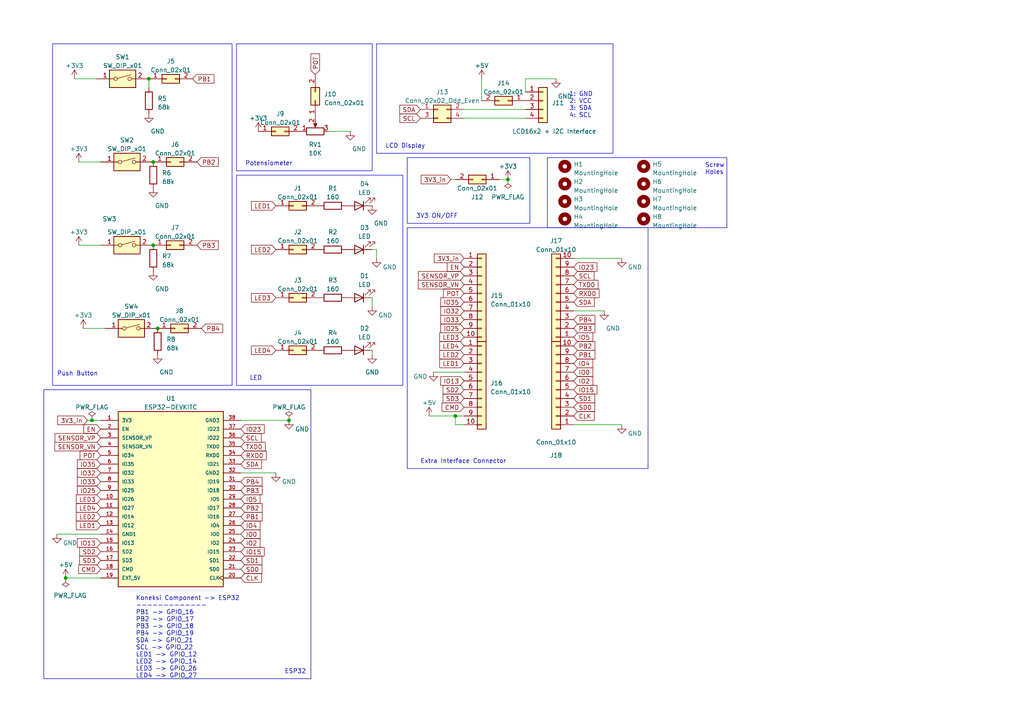
<source format=kicad_sch>
(kicad_sch (version 20230121) (generator eeschema)

  (uuid 5be77500-dad2-4307-8073-8bf803e8209d)

  (paper "A4")

  (title_block
    (title "Embedded System Kit")
    (company "Insitut Teknologi Bandung")
    (comment 1 "Bostang Palaguna")
    (comment 2 "designed by:")
  )

  (lib_symbols
    (symbol "Connector_Generic:Conn_01x04" (pin_names (offset 1.016) hide) (in_bom yes) (on_board yes)
      (property "Reference" "J" (at 0 5.08 0)
        (effects (font (size 1.27 1.27)))
      )
      (property "Value" "Conn_01x04" (at 0 -7.62 0)
        (effects (font (size 1.27 1.27)))
      )
      (property "Footprint" "" (at 0 0 0)
        (effects (font (size 1.27 1.27)) hide)
      )
      (property "Datasheet" "~" (at 0 0 0)
        (effects (font (size 1.27 1.27)) hide)
      )
      (property "ki_keywords" "connector" (at 0 0 0)
        (effects (font (size 1.27 1.27)) hide)
      )
      (property "ki_description" "Generic connector, single row, 01x04, script generated (kicad-library-utils/schlib/autogen/connector/)" (at 0 0 0)
        (effects (font (size 1.27 1.27)) hide)
      )
      (property "ki_fp_filters" "Connector*:*_1x??_*" (at 0 0 0)
        (effects (font (size 1.27 1.27)) hide)
      )
      (symbol "Conn_01x04_1_1"
        (rectangle (start -1.27 -4.953) (end 0 -5.207)
          (stroke (width 0.1524) (type default))
          (fill (type none))
        )
        (rectangle (start -1.27 -2.413) (end 0 -2.667)
          (stroke (width 0.1524) (type default))
          (fill (type none))
        )
        (rectangle (start -1.27 0.127) (end 0 -0.127)
          (stroke (width 0.1524) (type default))
          (fill (type none))
        )
        (rectangle (start -1.27 2.667) (end 0 2.413)
          (stroke (width 0.1524) (type default))
          (fill (type none))
        )
        (rectangle (start -1.27 3.81) (end 1.27 -6.35)
          (stroke (width 0.254) (type default))
          (fill (type background))
        )
        (pin passive line (at -5.08 2.54 0) (length 3.81)
          (name "Pin_1" (effects (font (size 1.27 1.27))))
          (number "1" (effects (font (size 1.27 1.27))))
        )
        (pin passive line (at -5.08 0 0) (length 3.81)
          (name "Pin_2" (effects (font (size 1.27 1.27))))
          (number "2" (effects (font (size 1.27 1.27))))
        )
        (pin passive line (at -5.08 -2.54 0) (length 3.81)
          (name "Pin_3" (effects (font (size 1.27 1.27))))
          (number "3" (effects (font (size 1.27 1.27))))
        )
        (pin passive line (at -5.08 -5.08 0) (length 3.81)
          (name "Pin_4" (effects (font (size 1.27 1.27))))
          (number "4" (effects (font (size 1.27 1.27))))
        )
      )
    )
    (symbol "Connector_Generic:Conn_01x10" (pin_names (offset 1.016) hide) (in_bom yes) (on_board yes)
      (property "Reference" "J" (at 0 12.7 0)
        (effects (font (size 1.27 1.27)))
      )
      (property "Value" "Conn_01x10" (at 0 -15.24 0)
        (effects (font (size 1.27 1.27)))
      )
      (property "Footprint" "" (at 0 0 0)
        (effects (font (size 1.27 1.27)) hide)
      )
      (property "Datasheet" "~" (at 0 0 0)
        (effects (font (size 1.27 1.27)) hide)
      )
      (property "ki_keywords" "connector" (at 0 0 0)
        (effects (font (size 1.27 1.27)) hide)
      )
      (property "ki_description" "Generic connector, single row, 01x10, script generated (kicad-library-utils/schlib/autogen/connector/)" (at 0 0 0)
        (effects (font (size 1.27 1.27)) hide)
      )
      (property "ki_fp_filters" "Connector*:*_1x??_*" (at 0 0 0)
        (effects (font (size 1.27 1.27)) hide)
      )
      (symbol "Conn_01x10_1_1"
        (rectangle (start -1.27 -12.573) (end 0 -12.827)
          (stroke (width 0.1524) (type default))
          (fill (type none))
        )
        (rectangle (start -1.27 -10.033) (end 0 -10.287)
          (stroke (width 0.1524) (type default))
          (fill (type none))
        )
        (rectangle (start -1.27 -7.493) (end 0 -7.747)
          (stroke (width 0.1524) (type default))
          (fill (type none))
        )
        (rectangle (start -1.27 -4.953) (end 0 -5.207)
          (stroke (width 0.1524) (type default))
          (fill (type none))
        )
        (rectangle (start -1.27 -2.413) (end 0 -2.667)
          (stroke (width 0.1524) (type default))
          (fill (type none))
        )
        (rectangle (start -1.27 0.127) (end 0 -0.127)
          (stroke (width 0.1524) (type default))
          (fill (type none))
        )
        (rectangle (start -1.27 2.667) (end 0 2.413)
          (stroke (width 0.1524) (type default))
          (fill (type none))
        )
        (rectangle (start -1.27 5.207) (end 0 4.953)
          (stroke (width 0.1524) (type default))
          (fill (type none))
        )
        (rectangle (start -1.27 7.747) (end 0 7.493)
          (stroke (width 0.1524) (type default))
          (fill (type none))
        )
        (rectangle (start -1.27 10.287) (end 0 10.033)
          (stroke (width 0.1524) (type default))
          (fill (type none))
        )
        (rectangle (start -1.27 11.43) (end 1.27 -13.97)
          (stroke (width 0.254) (type default))
          (fill (type background))
        )
        (pin passive line (at -5.08 10.16 0) (length 3.81)
          (name "Pin_1" (effects (font (size 1.27 1.27))))
          (number "1" (effects (font (size 1.27 1.27))))
        )
        (pin passive line (at -5.08 -12.7 0) (length 3.81)
          (name "Pin_10" (effects (font (size 1.27 1.27))))
          (number "10" (effects (font (size 1.27 1.27))))
        )
        (pin passive line (at -5.08 7.62 0) (length 3.81)
          (name "Pin_2" (effects (font (size 1.27 1.27))))
          (number "2" (effects (font (size 1.27 1.27))))
        )
        (pin passive line (at -5.08 5.08 0) (length 3.81)
          (name "Pin_3" (effects (font (size 1.27 1.27))))
          (number "3" (effects (font (size 1.27 1.27))))
        )
        (pin passive line (at -5.08 2.54 0) (length 3.81)
          (name "Pin_4" (effects (font (size 1.27 1.27))))
          (number "4" (effects (font (size 1.27 1.27))))
        )
        (pin passive line (at -5.08 0 0) (length 3.81)
          (name "Pin_5" (effects (font (size 1.27 1.27))))
          (number "5" (effects (font (size 1.27 1.27))))
        )
        (pin passive line (at -5.08 -2.54 0) (length 3.81)
          (name "Pin_6" (effects (font (size 1.27 1.27))))
          (number "6" (effects (font (size 1.27 1.27))))
        )
        (pin passive line (at -5.08 -5.08 0) (length 3.81)
          (name "Pin_7" (effects (font (size 1.27 1.27))))
          (number "7" (effects (font (size 1.27 1.27))))
        )
        (pin passive line (at -5.08 -7.62 0) (length 3.81)
          (name "Pin_8" (effects (font (size 1.27 1.27))))
          (number "8" (effects (font (size 1.27 1.27))))
        )
        (pin passive line (at -5.08 -10.16 0) (length 3.81)
          (name "Pin_9" (effects (font (size 1.27 1.27))))
          (number "9" (effects (font (size 1.27 1.27))))
        )
      )
    )
    (symbol "Connector_Generic:Conn_02x01" (pin_names (offset 1.016) hide) (in_bom yes) (on_board yes)
      (property "Reference" "J" (at 1.27 2.54 0)
        (effects (font (size 1.27 1.27)))
      )
      (property "Value" "Conn_02x01" (at 1.27 -2.54 0)
        (effects (font (size 1.27 1.27)))
      )
      (property "Footprint" "" (at 0 0 0)
        (effects (font (size 1.27 1.27)) hide)
      )
      (property "Datasheet" "~" (at 0 0 0)
        (effects (font (size 1.27 1.27)) hide)
      )
      (property "ki_keywords" "connector" (at 0 0 0)
        (effects (font (size 1.27 1.27)) hide)
      )
      (property "ki_description" "Generic connector, double row, 02x01, this symbol is compatible with counter-clockwise, top-bottom and odd-even numbering schemes., script generated (kicad-library-utils/schlib/autogen/connector/)" (at 0 0 0)
        (effects (font (size 1.27 1.27)) hide)
      )
      (property "ki_fp_filters" "Connector*:*_2x??_*" (at 0 0 0)
        (effects (font (size 1.27 1.27)) hide)
      )
      (symbol "Conn_02x01_1_1"
        (rectangle (start -1.27 0.127) (end 0 -0.127)
          (stroke (width 0.1524) (type default))
          (fill (type none))
        )
        (rectangle (start -1.27 1.27) (end 3.81 -1.27)
          (stroke (width 0.254) (type default))
          (fill (type background))
        )
        (rectangle (start 3.81 0.127) (end 2.54 -0.127)
          (stroke (width 0.1524) (type default))
          (fill (type none))
        )
        (pin passive line (at -5.08 0 0) (length 3.81)
          (name "Pin_1" (effects (font (size 1.27 1.27))))
          (number "1" (effects (font (size 1.27 1.27))))
        )
        (pin passive line (at 7.62 0 180) (length 3.81)
          (name "Pin_2" (effects (font (size 1.27 1.27))))
          (number "2" (effects (font (size 1.27 1.27))))
        )
      )
    )
    (symbol "Connector_Generic:Conn_02x02_Odd_Even" (pin_names (offset 1.016) hide) (in_bom yes) (on_board yes)
      (property "Reference" "J" (at 1.27 2.54 0)
        (effects (font (size 1.27 1.27)))
      )
      (property "Value" "Conn_02x02_Odd_Even" (at 1.27 -5.08 0)
        (effects (font (size 1.27 1.27)))
      )
      (property "Footprint" "" (at 0 0 0)
        (effects (font (size 1.27 1.27)) hide)
      )
      (property "Datasheet" "~" (at 0 0 0)
        (effects (font (size 1.27 1.27)) hide)
      )
      (property "ki_keywords" "connector" (at 0 0 0)
        (effects (font (size 1.27 1.27)) hide)
      )
      (property "ki_description" "Generic connector, double row, 02x02, odd/even pin numbering scheme (row 1 odd numbers, row 2 even numbers), script generated (kicad-library-utils/schlib/autogen/connector/)" (at 0 0 0)
        (effects (font (size 1.27 1.27)) hide)
      )
      (property "ki_fp_filters" "Connector*:*_2x??_*" (at 0 0 0)
        (effects (font (size 1.27 1.27)) hide)
      )
      (symbol "Conn_02x02_Odd_Even_1_1"
        (rectangle (start -1.27 -2.413) (end 0 -2.667)
          (stroke (width 0.1524) (type default))
          (fill (type none))
        )
        (rectangle (start -1.27 0.127) (end 0 -0.127)
          (stroke (width 0.1524) (type default))
          (fill (type none))
        )
        (rectangle (start -1.27 1.27) (end 3.81 -3.81)
          (stroke (width 0.254) (type default))
          (fill (type background))
        )
        (rectangle (start 3.81 -2.413) (end 2.54 -2.667)
          (stroke (width 0.1524) (type default))
          (fill (type none))
        )
        (rectangle (start 3.81 0.127) (end 2.54 -0.127)
          (stroke (width 0.1524) (type default))
          (fill (type none))
        )
        (pin passive line (at -5.08 0 0) (length 3.81)
          (name "Pin_1" (effects (font (size 1.27 1.27))))
          (number "1" (effects (font (size 1.27 1.27))))
        )
        (pin passive line (at 7.62 0 180) (length 3.81)
          (name "Pin_2" (effects (font (size 1.27 1.27))))
          (number "2" (effects (font (size 1.27 1.27))))
        )
        (pin passive line (at -5.08 -2.54 0) (length 3.81)
          (name "Pin_3" (effects (font (size 1.27 1.27))))
          (number "3" (effects (font (size 1.27 1.27))))
        )
        (pin passive line (at 7.62 -2.54 180) (length 3.81)
          (name "Pin_4" (effects (font (size 1.27 1.27))))
          (number "4" (effects (font (size 1.27 1.27))))
        )
      )
    )
    (symbol "Device:LED" (pin_numbers hide) (pin_names (offset 1.016) hide) (in_bom yes) (on_board yes)
      (property "Reference" "D" (at 0 2.54 0)
        (effects (font (size 1.27 1.27)))
      )
      (property "Value" "LED" (at 0 -2.54 0)
        (effects (font (size 1.27 1.27)))
      )
      (property "Footprint" "" (at 0 0 0)
        (effects (font (size 1.27 1.27)) hide)
      )
      (property "Datasheet" "~" (at 0 0 0)
        (effects (font (size 1.27 1.27)) hide)
      )
      (property "ki_keywords" "LED diode" (at 0 0 0)
        (effects (font (size 1.27 1.27)) hide)
      )
      (property "ki_description" "Light emitting diode" (at 0 0 0)
        (effects (font (size 1.27 1.27)) hide)
      )
      (property "ki_fp_filters" "LED* LED_SMD:* LED_THT:*" (at 0 0 0)
        (effects (font (size 1.27 1.27)) hide)
      )
      (symbol "LED_0_1"
        (polyline
          (pts
            (xy -1.27 -1.27)
            (xy -1.27 1.27)
          )
          (stroke (width 0.254) (type default))
          (fill (type none))
        )
        (polyline
          (pts
            (xy -1.27 0)
            (xy 1.27 0)
          )
          (stroke (width 0) (type default))
          (fill (type none))
        )
        (polyline
          (pts
            (xy 1.27 -1.27)
            (xy 1.27 1.27)
            (xy -1.27 0)
            (xy 1.27 -1.27)
          )
          (stroke (width 0.254) (type default))
          (fill (type none))
        )
        (polyline
          (pts
            (xy -3.048 -0.762)
            (xy -4.572 -2.286)
            (xy -3.81 -2.286)
            (xy -4.572 -2.286)
            (xy -4.572 -1.524)
          )
          (stroke (width 0) (type default))
          (fill (type none))
        )
        (polyline
          (pts
            (xy -1.778 -0.762)
            (xy -3.302 -2.286)
            (xy -2.54 -2.286)
            (xy -3.302 -2.286)
            (xy -3.302 -1.524)
          )
          (stroke (width 0) (type default))
          (fill (type none))
        )
      )
      (symbol "LED_1_1"
        (pin passive line (at -3.81 0 0) (length 2.54)
          (name "K" (effects (font (size 1.27 1.27))))
          (number "1" (effects (font (size 1.27 1.27))))
        )
        (pin passive line (at 3.81 0 180) (length 2.54)
          (name "A" (effects (font (size 1.27 1.27))))
          (number "2" (effects (font (size 1.27 1.27))))
        )
      )
    )
    (symbol "Device:R" (pin_numbers hide) (pin_names (offset 0)) (in_bom yes) (on_board yes)
      (property "Reference" "R" (at 2.032 0 90)
        (effects (font (size 1.27 1.27)))
      )
      (property "Value" "R" (at 0 0 90)
        (effects (font (size 1.27 1.27)))
      )
      (property "Footprint" "" (at -1.778 0 90)
        (effects (font (size 1.27 1.27)) hide)
      )
      (property "Datasheet" "~" (at 0 0 0)
        (effects (font (size 1.27 1.27)) hide)
      )
      (property "ki_keywords" "R res resistor" (at 0 0 0)
        (effects (font (size 1.27 1.27)) hide)
      )
      (property "ki_description" "Resistor" (at 0 0 0)
        (effects (font (size 1.27 1.27)) hide)
      )
      (property "ki_fp_filters" "R_*" (at 0 0 0)
        (effects (font (size 1.27 1.27)) hide)
      )
      (symbol "R_0_1"
        (rectangle (start -1.016 -2.54) (end 1.016 2.54)
          (stroke (width 0.254) (type default))
          (fill (type none))
        )
      )
      (symbol "R_1_1"
        (pin passive line (at 0 3.81 270) (length 1.27)
          (name "~" (effects (font (size 1.27 1.27))))
          (number "1" (effects (font (size 1.27 1.27))))
        )
        (pin passive line (at 0 -3.81 90) (length 1.27)
          (name "~" (effects (font (size 1.27 1.27))))
          (number "2" (effects (font (size 1.27 1.27))))
        )
      )
    )
    (symbol "Device:R_Potentiometer" (pin_names (offset 1.016) hide) (in_bom yes) (on_board yes)
      (property "Reference" "RV" (at -4.445 0 90)
        (effects (font (size 1.27 1.27)))
      )
      (property "Value" "R_Potentiometer" (at -2.54 0 90)
        (effects (font (size 1.27 1.27)))
      )
      (property "Footprint" "" (at 0 0 0)
        (effects (font (size 1.27 1.27)) hide)
      )
      (property "Datasheet" "~" (at 0 0 0)
        (effects (font (size 1.27 1.27)) hide)
      )
      (property "ki_keywords" "resistor variable" (at 0 0 0)
        (effects (font (size 1.27 1.27)) hide)
      )
      (property "ki_description" "Potentiometer" (at 0 0 0)
        (effects (font (size 1.27 1.27)) hide)
      )
      (property "ki_fp_filters" "Potentiometer*" (at 0 0 0)
        (effects (font (size 1.27 1.27)) hide)
      )
      (symbol "R_Potentiometer_0_1"
        (polyline
          (pts
            (xy 2.54 0)
            (xy 1.524 0)
          )
          (stroke (width 0) (type default))
          (fill (type none))
        )
        (polyline
          (pts
            (xy 1.143 0)
            (xy 2.286 0.508)
            (xy 2.286 -0.508)
            (xy 1.143 0)
          )
          (stroke (width 0) (type default))
          (fill (type outline))
        )
        (rectangle (start 1.016 2.54) (end -1.016 -2.54)
          (stroke (width 0.254) (type default))
          (fill (type none))
        )
      )
      (symbol "R_Potentiometer_1_1"
        (pin passive line (at 0 3.81 270) (length 1.27)
          (name "1" (effects (font (size 1.27 1.27))))
          (number "1" (effects (font (size 1.27 1.27))))
        )
        (pin passive line (at 3.81 0 180) (length 1.27)
          (name "2" (effects (font (size 1.27 1.27))))
          (number "2" (effects (font (size 1.27 1.27))))
        )
        (pin passive line (at 0 -3.81 90) (length 1.27)
          (name "3" (effects (font (size 1.27 1.27))))
          (number "3" (effects (font (size 1.27 1.27))))
        )
      )
    )
    (symbol "ESP32-DEVKITC:ESP32-DEVKITC" (pin_names (offset 1.016)) (in_bom yes) (on_board yes)
      (property "Reference" "U" (at -15.2572 26.0643 0)
        (effects (font (size 1.27 1.27)) (justify left bottom))
      )
      (property "Value" "ESP32-DEVKITC" (at -15.2563 -27.9698 0)
        (effects (font (size 1.27 1.27)) (justify left bottom))
      )
      (property "Footprint" "ESP32-DEVKITC:MODULE_ESP32-DEVKITC" (at 0 0 0)
        (effects (font (size 1.27 1.27)) (justify bottom) hide)
      )
      (property "Datasheet" "" (at 0 0 0)
        (effects (font (size 1.27 1.27)) hide)
      )
      (property "MF" "Olimex LTD" (at 0 0 0)
        (effects (font (size 1.27 1.27)) (justify bottom) hide)
      )
      (property "Description" "\n- ESP32-WROOM32 Transceiver; 802.11 b/g/n (Wi-Fi, WiFi, WLAN), Bluetooth® Smart 4.x Low Energy (BLE) 2.4GHz Evaluation Board\n" (at 0 0 0)
        (effects (font (size 1.27 1.27)) (justify bottom) hide)
      )
      (property "Package" "None" (at 0 0 0)
        (effects (font (size 1.27 1.27)) (justify bottom) hide)
      )
      (property "Price" "None" (at 0 0 0)
        (effects (font (size 1.27 1.27)) (justify bottom) hide)
      )
      (property "Check_prices" "https://www.snapeda.com/parts/ESP32-DEVKITC/Olimex+LTD/view-part/?ref=eda" (at 0 0 0)
        (effects (font (size 1.27 1.27)) (justify bottom) hide)
      )
      (property "STANDARD" "Manufacturer Recommendations" (at 0 0 0)
        (effects (font (size 1.27 1.27)) (justify bottom) hide)
      )
      (property "PARTREV" "N/A" (at 0 0 0)
        (effects (font (size 1.27 1.27)) (justify bottom) hide)
      )
      (property "SnapEDA_Link" "https://www.snapeda.com/parts/ESP32-DEVKITC/Olimex+LTD/view-part/?ref=snap" (at 0 0 0)
        (effects (font (size 1.27 1.27)) (justify bottom) hide)
      )
      (property "MP" "ESP32-DEVKITC" (at 0 0 0)
        (effects (font (size 1.27 1.27)) (justify bottom) hide)
      )
      (property "Purchase-URL" "https://www.snapeda.com/api/url_track_click_mouser/?unipart_id=1149980&manufacturer=Olimex LTD&part_name=ESP32-DEVKITC&search_term=esp32 doit" (at 0 0 0)
        (effects (font (size 1.27 1.27)) (justify bottom) hide)
      )
      (property "Availability" "In Stock" (at 0 0 0)
        (effects (font (size 1.27 1.27)) (justify bottom) hide)
      )
      (property "MANUFACTURER" "ESPRESSIF" (at 0 0 0)
        (effects (font (size 1.27 1.27)) (justify bottom) hide)
      )
      (symbol "ESP32-DEVKITC_0_0"
        (rectangle (start -15.24 -25.4) (end 15.24 25.4)
          (stroke (width 0.254) (type default))
          (fill (type background))
        )
        (pin power_in line (at -20.32 22.86 0) (length 5.08)
          (name "3V3" (effects (font (size 1.016 1.016))))
          (number "1" (effects (font (size 1.016 1.016))))
        )
        (pin bidirectional line (at -20.32 0 0) (length 5.08)
          (name "IO26" (effects (font (size 1.016 1.016))))
          (number "10" (effects (font (size 1.016 1.016))))
        )
        (pin bidirectional line (at -20.32 -2.54 0) (length 5.08)
          (name "IO27" (effects (font (size 1.016 1.016))))
          (number "11" (effects (font (size 1.016 1.016))))
        )
        (pin bidirectional line (at -20.32 -5.08 0) (length 5.08)
          (name "IO14" (effects (font (size 1.016 1.016))))
          (number "12" (effects (font (size 1.016 1.016))))
        )
        (pin bidirectional line (at -20.32 -7.62 0) (length 5.08)
          (name "IO12" (effects (font (size 1.016 1.016))))
          (number "13" (effects (font (size 1.016 1.016))))
        )
        (pin power_in line (at -20.32 -10.16 0) (length 5.08)
          (name "GND1" (effects (font (size 1.016 1.016))))
          (number "14" (effects (font (size 1.016 1.016))))
        )
        (pin bidirectional line (at -20.32 -12.7 0) (length 5.08)
          (name "IO13" (effects (font (size 1.016 1.016))))
          (number "15" (effects (font (size 1.016 1.016))))
        )
        (pin bidirectional line (at -20.32 -15.24 0) (length 5.08)
          (name "SD2" (effects (font (size 1.016 1.016))))
          (number "16" (effects (font (size 1.016 1.016))))
        )
        (pin bidirectional line (at -20.32 -17.78 0) (length 5.08)
          (name "SD3" (effects (font (size 1.016 1.016))))
          (number "17" (effects (font (size 1.016 1.016))))
        )
        (pin bidirectional line (at -20.32 -20.32 0) (length 5.08)
          (name "CMD" (effects (font (size 1.016 1.016))))
          (number "18" (effects (font (size 1.016 1.016))))
        )
        (pin power_in line (at -20.32 -22.86 0) (length 5.08)
          (name "EXT_5V" (effects (font (size 1.016 1.016))))
          (number "19" (effects (font (size 1.016 1.016))))
        )
        (pin input line (at -20.32 20.32 0) (length 5.08)
          (name "EN" (effects (font (size 1.016 1.016))))
          (number "2" (effects (font (size 1.016 1.016))))
        )
        (pin input clock (at 20.32 -22.86 180) (length 5.08)
          (name "CLK" (effects (font (size 1.016 1.016))))
          (number "20" (effects (font (size 1.016 1.016))))
        )
        (pin bidirectional line (at 20.32 -20.32 180) (length 5.08)
          (name "SD0" (effects (font (size 1.016 1.016))))
          (number "21" (effects (font (size 1.016 1.016))))
        )
        (pin bidirectional line (at 20.32 -17.78 180) (length 5.08)
          (name "SD1" (effects (font (size 1.016 1.016))))
          (number "22" (effects (font (size 1.016 1.016))))
        )
        (pin bidirectional line (at 20.32 -15.24 180) (length 5.08)
          (name "IO15" (effects (font (size 1.016 1.016))))
          (number "23" (effects (font (size 1.016 1.016))))
        )
        (pin bidirectional line (at 20.32 -12.7 180) (length 5.08)
          (name "IO2" (effects (font (size 1.016 1.016))))
          (number "24" (effects (font (size 1.016 1.016))))
        )
        (pin bidirectional line (at 20.32 -10.16 180) (length 5.08)
          (name "IO0" (effects (font (size 1.016 1.016))))
          (number "25" (effects (font (size 1.016 1.016))))
        )
        (pin bidirectional line (at 20.32 -7.62 180) (length 5.08)
          (name "IO4" (effects (font (size 1.016 1.016))))
          (number "26" (effects (font (size 1.016 1.016))))
        )
        (pin bidirectional line (at 20.32 -5.08 180) (length 5.08)
          (name "IO16" (effects (font (size 1.016 1.016))))
          (number "27" (effects (font (size 1.016 1.016))))
        )
        (pin bidirectional line (at 20.32 -2.54 180) (length 5.08)
          (name "IO17" (effects (font (size 1.016 1.016))))
          (number "28" (effects (font (size 1.016 1.016))))
        )
        (pin bidirectional line (at 20.32 0 180) (length 5.08)
          (name "IO5" (effects (font (size 1.016 1.016))))
          (number "29" (effects (font (size 1.016 1.016))))
        )
        (pin input line (at -20.32 17.78 0) (length 5.08)
          (name "SENSOR_VP" (effects (font (size 1.016 1.016))))
          (number "3" (effects (font (size 1.016 1.016))))
        )
        (pin bidirectional line (at 20.32 2.54 180) (length 5.08)
          (name "IO18" (effects (font (size 1.016 1.016))))
          (number "30" (effects (font (size 1.016 1.016))))
        )
        (pin bidirectional line (at 20.32 5.08 180) (length 5.08)
          (name "IO19" (effects (font (size 1.016 1.016))))
          (number "31" (effects (font (size 1.016 1.016))))
        )
        (pin power_in line (at 20.32 7.62 180) (length 5.08)
          (name "GND2" (effects (font (size 1.016 1.016))))
          (number "32" (effects (font (size 1.016 1.016))))
        )
        (pin bidirectional line (at 20.32 10.16 180) (length 5.08)
          (name "IO21" (effects (font (size 1.016 1.016))))
          (number "33" (effects (font (size 1.016 1.016))))
        )
        (pin input line (at 20.32 12.7 180) (length 5.08)
          (name "RXD0" (effects (font (size 1.016 1.016))))
          (number "34" (effects (font (size 1.016 1.016))))
        )
        (pin output line (at 20.32 15.24 180) (length 5.08)
          (name "TXD0" (effects (font (size 1.016 1.016))))
          (number "35" (effects (font (size 1.016 1.016))))
        )
        (pin bidirectional line (at 20.32 17.78 180) (length 5.08)
          (name "IO22" (effects (font (size 1.016 1.016))))
          (number "36" (effects (font (size 1.016 1.016))))
        )
        (pin bidirectional line (at 20.32 20.32 180) (length 5.08)
          (name "IO23" (effects (font (size 1.016 1.016))))
          (number "37" (effects (font (size 1.016 1.016))))
        )
        (pin power_in line (at 20.32 22.86 180) (length 5.08)
          (name "GND3" (effects (font (size 1.016 1.016))))
          (number "38" (effects (font (size 1.016 1.016))))
        )
        (pin input line (at -20.32 15.24 0) (length 5.08)
          (name "SENSOR_VN" (effects (font (size 1.016 1.016))))
          (number "4" (effects (font (size 1.016 1.016))))
        )
        (pin bidirectional line (at -20.32 12.7 0) (length 5.08)
          (name "IO34" (effects (font (size 1.016 1.016))))
          (number "5" (effects (font (size 1.016 1.016))))
        )
        (pin bidirectional line (at -20.32 10.16 0) (length 5.08)
          (name "IO35" (effects (font (size 1.016 1.016))))
          (number "6" (effects (font (size 1.016 1.016))))
        )
        (pin bidirectional line (at -20.32 7.62 0) (length 5.08)
          (name "IO32" (effects (font (size 1.016 1.016))))
          (number "7" (effects (font (size 1.016 1.016))))
        )
        (pin bidirectional line (at -20.32 5.08 0) (length 5.08)
          (name "IO33" (effects (font (size 1.016 1.016))))
          (number "8" (effects (font (size 1.016 1.016))))
        )
        (pin bidirectional line (at -20.32 2.54 0) (length 5.08)
          (name "IO25" (effects (font (size 1.016 1.016))))
          (number "9" (effects (font (size 1.016 1.016))))
        )
      )
    )
    (symbol "Mechanical:MountingHole" (pin_names (offset 1.016)) (in_bom yes) (on_board yes)
      (property "Reference" "H" (at 0 5.08 0)
        (effects (font (size 1.27 1.27)))
      )
      (property "Value" "MountingHole" (at 0 3.175 0)
        (effects (font (size 1.27 1.27)))
      )
      (property "Footprint" "" (at 0 0 0)
        (effects (font (size 1.27 1.27)) hide)
      )
      (property "Datasheet" "~" (at 0 0 0)
        (effects (font (size 1.27 1.27)) hide)
      )
      (property "ki_keywords" "mounting hole" (at 0 0 0)
        (effects (font (size 1.27 1.27)) hide)
      )
      (property "ki_description" "Mounting Hole without connection" (at 0 0 0)
        (effects (font (size 1.27 1.27)) hide)
      )
      (property "ki_fp_filters" "MountingHole*" (at 0 0 0)
        (effects (font (size 1.27 1.27)) hide)
      )
      (symbol "MountingHole_0_1"
        (circle (center 0 0) (radius 1.27)
          (stroke (width 1.27) (type default))
          (fill (type none))
        )
      )
    )
    (symbol "Switch:SW_DIP_x01" (pin_names (offset 0) hide) (in_bom yes) (on_board yes)
      (property "Reference" "SW" (at 0 3.81 0)
        (effects (font (size 1.27 1.27)))
      )
      (property "Value" "SW_DIP_x01" (at 0 -3.81 0)
        (effects (font (size 1.27 1.27)))
      )
      (property "Footprint" "" (at 0 0 0)
        (effects (font (size 1.27 1.27)) hide)
      )
      (property "Datasheet" "~" (at 0 0 0)
        (effects (font (size 1.27 1.27)) hide)
      )
      (property "ki_keywords" "dip switch" (at 0 0 0)
        (effects (font (size 1.27 1.27)) hide)
      )
      (property "ki_description" "1x DIP Switch, Single Pole Single Throw (SPST) switch, small symbol" (at 0 0 0)
        (effects (font (size 1.27 1.27)) hide)
      )
      (property "ki_fp_filters" "SW?DIP?x1*" (at 0 0 0)
        (effects (font (size 1.27 1.27)) hide)
      )
      (symbol "SW_DIP_x01_0_0"
        (circle (center -2.032 0) (radius 0.508)
          (stroke (width 0) (type default))
          (fill (type none))
        )
        (polyline
          (pts
            (xy -1.524 0.127)
            (xy 2.3622 1.1684)
          )
          (stroke (width 0) (type default))
          (fill (type none))
        )
        (circle (center 2.032 0) (radius 0.508)
          (stroke (width 0) (type default))
          (fill (type none))
        )
      )
      (symbol "SW_DIP_x01_0_1"
        (rectangle (start -3.81 2.54) (end 3.81 -2.54)
          (stroke (width 0.254) (type default))
          (fill (type background))
        )
      )
      (symbol "SW_DIP_x01_1_1"
        (pin passive line (at -7.62 0 0) (length 5.08)
          (name "~" (effects (font (size 1.27 1.27))))
          (number "1" (effects (font (size 1.27 1.27))))
        )
        (pin passive line (at 7.62 0 180) (length 5.08)
          (name "~" (effects (font (size 1.27 1.27))))
          (number "2" (effects (font (size 1.27 1.27))))
        )
      )
    )
    (symbol "power:+3V3" (power) (pin_names (offset 0)) (in_bom yes) (on_board yes)
      (property "Reference" "#PWR" (at 0 -3.81 0)
        (effects (font (size 1.27 1.27)) hide)
      )
      (property "Value" "+3V3" (at 0 3.556 0)
        (effects (font (size 1.27 1.27)))
      )
      (property "Footprint" "" (at 0 0 0)
        (effects (font (size 1.27 1.27)) hide)
      )
      (property "Datasheet" "" (at 0 0 0)
        (effects (font (size 1.27 1.27)) hide)
      )
      (property "ki_keywords" "global power" (at 0 0 0)
        (effects (font (size 1.27 1.27)) hide)
      )
      (property "ki_description" "Power symbol creates a global label with name \"+3V3\"" (at 0 0 0)
        (effects (font (size 1.27 1.27)) hide)
      )
      (symbol "+3V3_0_1"
        (polyline
          (pts
            (xy -0.762 1.27)
            (xy 0 2.54)
          )
          (stroke (width 0) (type default))
          (fill (type none))
        )
        (polyline
          (pts
            (xy 0 0)
            (xy 0 2.54)
          )
          (stroke (width 0) (type default))
          (fill (type none))
        )
        (polyline
          (pts
            (xy 0 2.54)
            (xy 0.762 1.27)
          )
          (stroke (width 0) (type default))
          (fill (type none))
        )
      )
      (symbol "+3V3_1_1"
        (pin power_in line (at 0 0 90) (length 0) hide
          (name "+3V3" (effects (font (size 1.27 1.27))))
          (number "1" (effects (font (size 1.27 1.27))))
        )
      )
    )
    (symbol "power:+5V" (power) (pin_names (offset 0)) (in_bom yes) (on_board yes)
      (property "Reference" "#PWR" (at 0 -3.81 0)
        (effects (font (size 1.27 1.27)) hide)
      )
      (property "Value" "+5V" (at 0 3.556 0)
        (effects (font (size 1.27 1.27)))
      )
      (property "Footprint" "" (at 0 0 0)
        (effects (font (size 1.27 1.27)) hide)
      )
      (property "Datasheet" "" (at 0 0 0)
        (effects (font (size 1.27 1.27)) hide)
      )
      (property "ki_keywords" "global power" (at 0 0 0)
        (effects (font (size 1.27 1.27)) hide)
      )
      (property "ki_description" "Power symbol creates a global label with name \"+5V\"" (at 0 0 0)
        (effects (font (size 1.27 1.27)) hide)
      )
      (symbol "+5V_0_1"
        (polyline
          (pts
            (xy -0.762 1.27)
            (xy 0 2.54)
          )
          (stroke (width 0) (type default))
          (fill (type none))
        )
        (polyline
          (pts
            (xy 0 0)
            (xy 0 2.54)
          )
          (stroke (width 0) (type default))
          (fill (type none))
        )
        (polyline
          (pts
            (xy 0 2.54)
            (xy 0.762 1.27)
          )
          (stroke (width 0) (type default))
          (fill (type none))
        )
      )
      (symbol "+5V_1_1"
        (pin power_in line (at 0 0 90) (length 0) hide
          (name "+5V" (effects (font (size 1.27 1.27))))
          (number "1" (effects (font (size 1.27 1.27))))
        )
      )
    )
    (symbol "power:GND" (power) (pin_names (offset 0)) (in_bom yes) (on_board yes)
      (property "Reference" "#PWR" (at 0 -6.35 0)
        (effects (font (size 1.27 1.27)) hide)
      )
      (property "Value" "GND" (at 0 -3.81 0)
        (effects (font (size 1.27 1.27)))
      )
      (property "Footprint" "" (at 0 0 0)
        (effects (font (size 1.27 1.27)) hide)
      )
      (property "Datasheet" "" (at 0 0 0)
        (effects (font (size 1.27 1.27)) hide)
      )
      (property "ki_keywords" "global power" (at 0 0 0)
        (effects (font (size 1.27 1.27)) hide)
      )
      (property "ki_description" "Power symbol creates a global label with name \"GND\" , ground" (at 0 0 0)
        (effects (font (size 1.27 1.27)) hide)
      )
      (symbol "GND_0_1"
        (polyline
          (pts
            (xy 0 0)
            (xy 0 -1.27)
            (xy 1.27 -1.27)
            (xy 0 -2.54)
            (xy -1.27 -1.27)
            (xy 0 -1.27)
          )
          (stroke (width 0) (type default))
          (fill (type none))
        )
      )
      (symbol "GND_1_1"
        (pin power_in line (at 0 0 270) (length 0) hide
          (name "GND" (effects (font (size 1.27 1.27))))
          (number "1" (effects (font (size 1.27 1.27))))
        )
      )
    )
    (symbol "power:PWR_FLAG" (power) (pin_numbers hide) (pin_names (offset 0) hide) (in_bom yes) (on_board yes)
      (property "Reference" "#FLG" (at 0 1.905 0)
        (effects (font (size 1.27 1.27)) hide)
      )
      (property "Value" "PWR_FLAG" (at 0 3.81 0)
        (effects (font (size 1.27 1.27)))
      )
      (property "Footprint" "" (at 0 0 0)
        (effects (font (size 1.27 1.27)) hide)
      )
      (property "Datasheet" "~" (at 0 0 0)
        (effects (font (size 1.27 1.27)) hide)
      )
      (property "ki_keywords" "flag power" (at 0 0 0)
        (effects (font (size 1.27 1.27)) hide)
      )
      (property "ki_description" "Special symbol for telling ERC where power comes from" (at 0 0 0)
        (effects (font (size 1.27 1.27)) hide)
      )
      (symbol "PWR_FLAG_0_0"
        (pin power_out line (at 0 0 90) (length 0)
          (name "pwr" (effects (font (size 1.27 1.27))))
          (number "1" (effects (font (size 1.27 1.27))))
        )
      )
      (symbol "PWR_FLAG_0_1"
        (polyline
          (pts
            (xy 0 0)
            (xy 0 1.27)
            (xy -1.016 1.905)
            (xy 0 2.54)
            (xy 1.016 1.905)
            (xy 0 1.27)
          )
          (stroke (width 0) (type default))
          (fill (type none))
        )
      )
    )
  )

  (junction (at 44.45 46.99) (diameter 0) (color 0 0 0 0)
    (uuid 2eec4068-ce13-4478-91aa-72065fca35e2)
  )
  (junction (at 45.72 95.25) (diameter 0) (color 0 0 0 0)
    (uuid 3d7381c3-58a7-40a6-b79e-949d9861d883)
  )
  (junction (at 26.67 121.92) (diameter 0) (color 0 0 0 0)
    (uuid 4973bf11-270c-4524-be03-1e52826c5e95)
  )
  (junction (at 132.08 120.65) (diameter 0) (color 0 0 0 0)
    (uuid 526519fa-2338-4868-8cf7-7137bb98783a)
  )
  (junction (at 44.45 71.12) (diameter 0) (color 0 0 0 0)
    (uuid b91f4f6a-486d-4fec-84b9-6c8561c387f0)
  )
  (junction (at 43.18 22.86) (diameter 0) (color 0 0 0 0)
    (uuid c79c4ec6-da76-4e44-8bce-b22ead73aa64)
  )
  (junction (at 19.05 167.64) (diameter 0) (color 0 0 0 0)
    (uuid d562d5a7-3f7f-406a-a8c0-4e2de8748923)
  )
  (junction (at 147.32 52.07) (diameter 0) (color 0 0 0 0)
    (uuid e0c9237f-5629-411a-a7d1-80e649306a12)
  )
  (junction (at 83.82 121.92) (diameter 0) (color 0 0 0 0)
    (uuid eb9a9f8b-74b7-4a2a-a4eb-c4ae0c2ebc55)
  )

  (wire (pts (xy 16.51 154.94) (xy 29.21 154.94))
    (stroke (width 0) (type default))
    (uuid 0b271221-614b-46a2-ab08-c96250844128)
  )
  (wire (pts (xy 134.62 34.29) (xy 152.4 34.29))
    (stroke (width 0) (type default))
    (uuid 0d0702a0-339d-4ebe-8136-3d85c37ea952)
  )
  (wire (pts (xy 109.22 74.93) (xy 109.22 72.39))
    (stroke (width 0) (type default))
    (uuid 0ff84c30-cba7-42ba-a30f-cf67ccd2b505)
  )
  (wire (pts (xy 25.4 121.92) (xy 26.67 121.92))
    (stroke (width 0) (type default))
    (uuid 21abfdad-0f55-48b5-ae1b-2bb8db688793)
  )
  (wire (pts (xy 21.59 22.86) (xy 27.94 22.86))
    (stroke (width 0) (type default))
    (uuid 3485f27c-9947-4a40-b20e-bc950f629e17)
  )
  (wire (pts (xy 101.6 38.1) (xy 95.25 38.1))
    (stroke (width 0) (type default))
    (uuid 3913aea3-4f61-4a02-b7a0-aa38b68a7f26)
  )
  (wire (pts (xy 43.18 22.86) (xy 43.18 25.4))
    (stroke (width 0) (type default))
    (uuid 3cb706a8-1ab3-4d6e-afc1-dac4b5f0f89d)
  )
  (wire (pts (xy 139.7 22.86) (xy 139.7 29.21))
    (stroke (width 0) (type default))
    (uuid 43da64dd-4c3a-47f2-b946-24569e668553)
  )
  (wire (pts (xy 22.86 46.99) (xy 29.21 46.99))
    (stroke (width 0) (type default))
    (uuid 450b2170-2f4f-4c14-a94b-e245378b5c80)
  )
  (wire (pts (xy 134.62 123.19) (xy 132.08 123.19))
    (stroke (width 0) (type default))
    (uuid 4ad8c60e-666c-4abe-94a9-a3c0a9c031bb)
  )
  (wire (pts (xy 130.81 52.07) (xy 132.08 52.07))
    (stroke (width 0) (type default))
    (uuid 54e43234-d420-4919-af71-03d1dc823b60)
  )
  (wire (pts (xy 19.05 167.64) (xy 29.21 167.64))
    (stroke (width 0) (type default))
    (uuid 5854de4b-1701-4383-b68c-3c50775a4cd4)
  )
  (wire (pts (xy 161.29 22.86) (xy 152.4 22.86))
    (stroke (width 0) (type default))
    (uuid 58f6a29d-b5e0-4037-b491-7c6e3470cf07)
  )
  (wire (pts (xy 132.08 120.65) (xy 134.62 120.65))
    (stroke (width 0) (type default))
    (uuid 6526f8a9-c17f-4b4b-aa3f-722391f40863)
  )
  (wire (pts (xy 166.37 74.93) (xy 180.34 74.93))
    (stroke (width 0) (type default))
    (uuid 66a86076-89a7-48b6-a16c-4189289f1d01)
  )
  (wire (pts (xy 175.26 90.17) (xy 166.37 90.17))
    (stroke (width 0) (type default))
    (uuid 67cc2d87-244a-4f4f-853e-5cf982ea4c6d)
  )
  (wire (pts (xy 26.67 121.92) (xy 29.21 121.92))
    (stroke (width 0) (type default))
    (uuid 72ca6f5d-dc56-4bc7-8624-e5029db6f25a)
  )
  (wire (pts (xy 132.08 120.65) (xy 132.08 123.19))
    (stroke (width 0) (type default))
    (uuid 820674da-4ca0-4a58-b70c-1fcf2a5c9e77)
  )
  (wire (pts (xy 147.32 52.07) (xy 144.78 52.07))
    (stroke (width 0) (type default))
    (uuid 87f66b93-3530-44ab-935b-99b90c961561)
  )
  (wire (pts (xy 125.73 107.95) (xy 134.62 107.95))
    (stroke (width 0) (type default))
    (uuid 8dbabd82-6c60-4842-922b-88f90906b9e0)
  )
  (wire (pts (xy 107.95 88.9) (xy 107.95 86.36))
    (stroke (width 0) (type default))
    (uuid 9bf3d0ff-78ee-428a-abb6-454a5ccd76e6)
  )
  (wire (pts (xy 134.62 31.75) (xy 152.4 31.75))
    (stroke (width 0) (type default))
    (uuid 9de4d85e-c504-45ee-823c-4311fd980197)
  )
  (wire (pts (xy 109.22 72.39) (xy 107.95 72.39))
    (stroke (width 0) (type default))
    (uuid 9ea8e6e7-2a21-415f-bbd9-2125943df869)
  )
  (wire (pts (xy 24.13 95.25) (xy 30.48 95.25))
    (stroke (width 0) (type default))
    (uuid b0c56ee3-8c12-4930-8818-1754fb832478)
  )
  (wire (pts (xy 124.46 120.65) (xy 132.08 120.65))
    (stroke (width 0) (type default))
    (uuid b10ce6eb-33f3-4809-b566-8f2bb62cc2b0)
  )
  (wire (pts (xy 166.37 123.19) (xy 180.34 123.19))
    (stroke (width 0) (type default))
    (uuid c1e166c5-b6a3-42dd-bc86-79f12a53e970)
  )
  (wire (pts (xy 152.4 22.86) (xy 152.4 26.67))
    (stroke (width 0) (type default))
    (uuid c4931661-03aa-4d77-8af0-3674c9f83316)
  )
  (wire (pts (xy 22.86 71.12) (xy 29.21 71.12))
    (stroke (width 0) (type default))
    (uuid c50e3402-34da-474e-a331-7aded39b893e)
  )
  (wire (pts (xy 69.85 137.16) (xy 80.01 137.16))
    (stroke (width 0) (type default))
    (uuid e2d86a30-588e-4024-82ef-ce706955a26f)
  )
  (wire (pts (xy 69.85 121.92) (xy 83.82 121.92))
    (stroke (width 0) (type default))
    (uuid e6b8611e-595d-4066-a6ec-5f422b1c469d)
  )
  (wire (pts (xy 107.95 102.87) (xy 107.95 101.6))
    (stroke (width 0) (type default))
    (uuid fa4e5314-1c2c-4c5d-aafe-39fe38dcf7fa)
  )

  (rectangle (start 118.11 45.72) (end 153.67 64.77)
    (stroke (width 0) (type default))
    (fill (type none))
    (uuid 096464ae-1f3a-480e-ae5a-7774ff530455)
  )
  (rectangle (start 68.58 50.8) (end 116.84 111.76)
    (stroke (width 0) (type default))
    (fill (type none))
    (uuid 1dfe7826-b640-4879-bc8d-082cbb7fa751)
  )
  (rectangle (start 12.7 113.03) (end 90.17 196.85)
    (stroke (width 0) (type default))
    (fill (type none))
    (uuid 3cbf8ecd-4b41-4991-ab65-e7fa339ab847)
  )
  (rectangle (start 158.75 45.72) (end 210.82 66.04)
    (stroke (width 0) (type default))
    (fill (type none))
    (uuid 45c75fb7-2ba9-4e88-94d3-8ed92498a1c7)
  )
  (rectangle (start 109.22 12.7) (end 177.8 44.45)
    (stroke (width 0) (type default))
    (fill (type none))
    (uuid 7536eb74-3619-4c51-9dae-24a8b052e712)
  )
  (rectangle (start 68.58 12.7) (end 107.95 49.53)
    (stroke (width 0) (type default))
    (fill (type none))
    (uuid b0cd37cc-7256-44f2-a00e-91c913efb4c9)
  )
  (rectangle (start 118.11 66.04) (end 187.96 135.89)
    (stroke (width 0) (type default))
    (fill (type none))
    (uuid f64e416b-743b-48fd-8f5e-f8fdfd80fda3)
  )
  (rectangle (start 15.24 12.7) (end 67.31 111.76)
    (stroke (width 0) (type default))
    (fill (type none))
    (uuid f78a4c52-dba8-4f96-93c6-a88c59467561)
  )

  (text "Extra Interface Connector" (at 121.92 134.62 0)
    (effects (font (size 1.27 1.27)) (justify left bottom))
    (uuid 0b925922-830d-43bb-93e6-d5d3a883f290)
  )
  (text "1: GND\n2: VCC\n3: SDA\n4: SCL" (at 165.1 34.29 0)
    (effects (font (size 1.27 1.27)) (justify left bottom))
    (uuid 10f74ead-c56b-4f78-b643-46ae5e21f826)
  )
  (text "ESP32" (at 82.55 195.58 0)
    (effects (font (size 1.27 1.27)) (justify left bottom))
    (uuid 53a639f8-9985-4ad4-8e15-cfc557d6e9ce)
  )
  (text "Potensiometer" (at 71.12 48.26 0)
    (effects (font (size 1.27 1.27)) (justify left bottom))
    (uuid 85a56c53-09fc-4115-9183-96d41dbb166e)
  )
  (text "LED" (at 72.39 110.49 0)
    (effects (font (size 1.27 1.27)) (justify left bottom))
    (uuid 8bab1985-5bc5-4d00-8271-65b2622b712f)
  )
  (text "Screw\nHoles" (at 204.47 50.8 0)
    (effects (font (size 1.27 1.27)) (justify left bottom))
    (uuid a74b7761-7fd9-40b8-8c4b-c865c1194321)
  )
  (text "Push Button" (at 16.51 109.22 0)
    (effects (font (size 1.27 1.27)) (justify left bottom))
    (uuid d49607d0-7c26-4500-afc9-7d0e061da65c)
  )
  (text "Koneksi Component -> ESP32\n-------------\nPB1 -> GPIO_16\nPB2 -> GPIO_17\nPB3 -> GPIO_18\nPB4 -> GPIO_19\nSDA -> GPIO_21\nSCL -> GPIO_22\nLED1 -> GPIO_12 \nLED2 -> GPIO_14\nLED3 -> GPIO_26\nLED4 -> GPIO_27\n"
    (at 39.37 196.85 0)
    (effects (font (size 1.27 1.27)) (justify left bottom))
    (uuid d65a306b-96f8-4eef-b379-6334ee6076ad)
  )
  (text "LCD Display" (at 111.76 43.18 0)
    (effects (font (size 1.27 1.27)) (justify left bottom))
    (uuid daa9e167-ff90-493d-9759-1e89b4beddad)
  )
  (text "3V3 ON/OFF" (at 120.65 63.5 0)
    (effects (font (size 1.27 1.27)) (justify left bottom))
    (uuid ee4ef2f0-e289-49ef-bf11-91c93f6893ad)
  )

  (global_label "RXD0" (shape input) (at 69.85 132.08 0) (fields_autoplaced)
    (effects (font (size 1.27 1.27)) (justify left))
    (uuid 002a4114-c48a-499c-8bcd-c70578fa9bed)
    (property "Intersheetrefs" "${INTERSHEET_REFS}" (at 77.7148 132.08 0)
      (effects (font (size 1.27 1.27)) (justify left) hide)
    )
  )
  (global_label "PB2" (shape input) (at 166.37 100.33 0) (fields_autoplaced)
    (effects (font (size 1.27 1.27)) (justify left))
    (uuid 011cf158-f1f7-4f2b-b365-d7e4271cf235)
    (property "Intersheetrefs" "${INTERSHEET_REFS}" (at 173.0253 100.33 0)
      (effects (font (size 1.27 1.27)) (justify left) hide)
    )
  )
  (global_label "SD2" (shape input) (at 29.21 160.02 180) (fields_autoplaced)
    (effects (font (size 1.27 1.27)) (justify right))
    (uuid 01423feb-b05b-4bf3-8712-8a96c7c68ff6)
    (property "Intersheetrefs" "${INTERSHEET_REFS}" (at 22.6152 160.02 0)
      (effects (font (size 1.27 1.27)) (justify right) hide)
    )
  )
  (global_label "IO23" (shape input) (at 69.85 124.46 0) (fields_autoplaced)
    (effects (font (size 1.27 1.27)) (justify left))
    (uuid 02479db4-4311-4002-8a33-24e5ecf965a1)
    (property "Intersheetrefs" "${INTERSHEET_REFS}" (at 77.1101 124.46 0)
      (effects (font (size 1.27 1.27)) (justify left) hide)
    )
  )
  (global_label "IO32" (shape input) (at 29.21 137.16 180) (fields_autoplaced)
    (effects (font (size 1.27 1.27)) (justify right))
    (uuid 0490284d-fc1f-4176-828d-cb4d18c60cdb)
    (property "Intersheetrefs" "${INTERSHEET_REFS}" (at 21.9499 137.16 0)
      (effects (font (size 1.27 1.27)) (justify right) hide)
    )
  )
  (global_label "IO33" (shape input) (at 29.21 139.7 180) (fields_autoplaced)
    (effects (font (size 1.27 1.27)) (justify right))
    (uuid 0607358a-c68d-4173-8367-b550aabdca85)
    (property "Intersheetrefs" "${INTERSHEET_REFS}" (at 21.9499 139.7 0)
      (effects (font (size 1.27 1.27)) (justify right) hide)
    )
  )
  (global_label "SENSOR_VN" (shape input) (at 134.62 82.55 180) (fields_autoplaced)
    (effects (font (size 1.27 1.27)) (justify right))
    (uuid 071f29fe-4be0-4635-9920-b47bebef96a3)
    (property "Intersheetrefs" "${INTERSHEET_REFS}" (at 120.8285 82.55 0)
      (effects (font (size 1.27 1.27)) (justify right) hide)
    )
  )
  (global_label "SD1" (shape input) (at 69.85 162.56 0) (fields_autoplaced)
    (effects (font (size 1.27 1.27)) (justify left))
    (uuid 0dcf7c33-9895-4ceb-a394-ec04ccf7f64a)
    (property "Intersheetrefs" "${INTERSHEET_REFS}" (at 76.4448 162.56 0)
      (effects (font (size 1.27 1.27)) (justify left) hide)
    )
  )
  (global_label "IO5" (shape input) (at 166.37 97.79 0) (fields_autoplaced)
    (effects (font (size 1.27 1.27)) (justify left))
    (uuid 10ae18e9-72f2-4268-b40e-0bea363f368e)
    (property "Intersheetrefs" "${INTERSHEET_REFS}" (at 172.4206 97.79 0)
      (effects (font (size 1.27 1.27)) (justify left) hide)
    )
  )
  (global_label "LED2" (shape input) (at 80.01 72.39 180) (fields_autoplaced)
    (effects (font (size 1.27 1.27)) (justify right))
    (uuid 1384bd34-ce93-47ce-901b-4b3451994db7)
    (property "Intersheetrefs" "${INTERSHEET_REFS}" (at 72.4476 72.39 0)
      (effects (font (size 1.27 1.27)) (justify right) hide)
    )
  )
  (global_label "RXD0" (shape input) (at 166.37 85.09 0) (fields_autoplaced)
    (effects (font (size 1.27 1.27)) (justify left))
    (uuid 1913b183-7aff-4952-9da1-4cc7c1e85234)
    (property "Intersheetrefs" "${INTERSHEET_REFS}" (at 174.2348 85.09 0)
      (effects (font (size 1.27 1.27)) (justify left) hide)
    )
  )
  (global_label "SD3" (shape input) (at 134.62 115.57 180) (fields_autoplaced)
    (effects (font (size 1.27 1.27)) (justify right))
    (uuid 1a1abb43-6003-4d44-b703-f8c9c7ef2056)
    (property "Intersheetrefs" "${INTERSHEET_REFS}" (at 128.0252 115.57 0)
      (effects (font (size 1.27 1.27)) (justify right) hide)
    )
  )
  (global_label "LED2" (shape input) (at 29.21 149.86 180) (fields_autoplaced)
    (effects (font (size 1.27 1.27)) (justify right))
    (uuid 1a2db863-553a-4d01-ba07-cc0ad4fddb06)
    (property "Intersheetrefs" "${INTERSHEET_REFS}" (at 21.6476 149.86 0)
      (effects (font (size 1.27 1.27)) (justify right) hide)
    )
  )
  (global_label "SDA" (shape input) (at 121.92 31.75 180) (fields_autoplaced)
    (effects (font (size 1.27 1.27)) (justify right))
    (uuid 1c8735cb-b330-474c-a519-d83da449e961)
    (property "Intersheetrefs" "${INTERSHEET_REFS}" (at 115.4461 31.75 0)
      (effects (font (size 1.27 1.27)) (justify right) hide)
    )
  )
  (global_label "SD0" (shape input) (at 69.85 165.1 0) (fields_autoplaced)
    (effects (font (size 1.27 1.27)) (justify left))
    (uuid 1df85153-983b-44dd-bcad-7b4a399deb11)
    (property "Intersheetrefs" "${INTERSHEET_REFS}" (at 76.4448 165.1 0)
      (effects (font (size 1.27 1.27)) (justify left) hide)
    )
  )
  (global_label "LED3" (shape input) (at 134.62 97.79 180) (fields_autoplaced)
    (effects (font (size 1.27 1.27)) (justify right))
    (uuid 1e254407-d7e9-4ddb-a0be-e396f23de34c)
    (property "Intersheetrefs" "${INTERSHEET_REFS}" (at 127.0576 97.79 0)
      (effects (font (size 1.27 1.27)) (justify right) hide)
    )
  )
  (global_label "CLK" (shape input) (at 69.85 167.64 0) (fields_autoplaced)
    (effects (font (size 1.27 1.27)) (justify left))
    (uuid 2337f346-8ce0-477e-8542-6aa692232e1c)
    (property "Intersheetrefs" "${INTERSHEET_REFS}" (at 76.3239 167.64 0)
      (effects (font (size 1.27 1.27)) (justify left) hide)
    )
  )
  (global_label "PB1" (shape input) (at 55.88 22.86 0) (fields_autoplaced)
    (effects (font (size 1.27 1.27)) (justify left))
    (uuid 25c3697c-a818-4432-9471-671f7d28195e)
    (property "Intersheetrefs" "${INTERSHEET_REFS}" (at 65.0753 22.86 0)
      (effects (font (size 1.27 1.27)) (justify left) hide)
    )
  )
  (global_label "SD3" (shape input) (at 29.21 162.56 180) (fields_autoplaced)
    (effects (font (size 1.27 1.27)) (justify right))
    (uuid 28bf175a-71cd-4976-ac9d-ce659052d365)
    (property "Intersheetrefs" "${INTERSHEET_REFS}" (at 22.6152 162.56 0)
      (effects (font (size 1.27 1.27)) (justify right) hide)
    )
  )
  (global_label "SCL" (shape input) (at 121.92 34.29 180) (fields_autoplaced)
    (effects (font (size 1.27 1.27)) (justify right))
    (uuid 2e116820-8eb8-4241-9a0b-dd5f2c89077d)
    (property "Intersheetrefs" "${INTERSHEET_REFS}" (at 115.5066 34.29 0)
      (effects (font (size 1.27 1.27)) (justify right) hide)
    )
  )
  (global_label "SENSOR_VN" (shape input) (at 29.21 129.54 180) (fields_autoplaced)
    (effects (font (size 1.27 1.27)) (justify right))
    (uuid 2edda3ba-ea22-457c-9ab6-2ac9a509afa4)
    (property "Intersheetrefs" "${INTERSHEET_REFS}" (at 15.4185 129.54 0)
      (effects (font (size 1.27 1.27)) (justify right) hide)
    )
  )
  (global_label "CMD" (shape input) (at 29.21 165.1 180) (fields_autoplaced)
    (effects (font (size 1.27 1.27)) (justify right))
    (uuid 3386e042-23e2-452a-8766-23d87ea4099e)
    (property "Intersheetrefs" "${INTERSHEET_REFS}" (at 22.3128 165.1 0)
      (effects (font (size 1.27 1.27)) (justify right) hide)
    )
  )
  (global_label "IO35" (shape input) (at 134.62 87.63 180) (fields_autoplaced)
    (effects (font (size 1.27 1.27)) (justify right))
    (uuid 38577d28-3678-4d8e-b214-b7196b52b7ec)
    (property "Intersheetrefs" "${INTERSHEET_REFS}" (at 127.3599 87.63 0)
      (effects (font (size 1.27 1.27)) (justify right) hide)
    )
  )
  (global_label "TXD0" (shape input) (at 69.85 129.54 0) (fields_autoplaced)
    (effects (font (size 1.27 1.27)) (justify left))
    (uuid 39fb4646-7029-4037-a68f-c26958535c6f)
    (property "Intersheetrefs" "${INTERSHEET_REFS}" (at 77.4124 129.54 0)
      (effects (font (size 1.27 1.27)) (justify left) hide)
    )
  )
  (global_label "PB3" (shape input) (at 166.37 95.25 0) (fields_autoplaced)
    (effects (font (size 1.27 1.27)) (justify left))
    (uuid 3ad57136-b4ad-46dd-80b8-107d2b4edab7)
    (property "Intersheetrefs" "${INTERSHEET_REFS}" (at 173.0253 95.25 0)
      (effects (font (size 1.27 1.27)) (justify left) hide)
    )
  )
  (global_label "PB2" (shape input) (at 57.15 46.99 0) (fields_autoplaced)
    (effects (font (size 1.27 1.27)) (justify left))
    (uuid 3c24e0e6-760b-4b57-9893-49ba6113ff70)
    (property "Intersheetrefs" "${INTERSHEET_REFS}" (at 63.8053 46.99 0)
      (effects (font (size 1.27 1.27)) (justify left) hide)
    )
  )
  (global_label "POT" (shape input) (at 91.44 21.59 90) (fields_autoplaced)
    (effects (font (size 1.27 1.27)) (justify left))
    (uuid 49acfb8b-1a18-4117-b104-aa26c1040476)
    (property "Intersheetrefs" "${INTERSHEET_REFS}" (at 91.44 15.1161 90)
      (effects (font (size 1.27 1.27)) (justify left) hide)
    )
  )
  (global_label "LED1" (shape input) (at 134.62 105.41 180) (fields_autoplaced)
    (effects (font (size 1.27 1.27)) (justify right))
    (uuid 4e4d5fc7-a404-45b8-aa5e-7d5fac1172fc)
    (property "Intersheetrefs" "${INTERSHEET_REFS}" (at 127.0576 105.41 0)
      (effects (font (size 1.27 1.27)) (justify right) hide)
    )
  )
  (global_label "LED3" (shape input) (at 80.01 86.36 180) (fields_autoplaced)
    (effects (font (size 1.27 1.27)) (justify right))
    (uuid 5140d7af-c42e-468d-aaf6-9359dfa3c74c)
    (property "Intersheetrefs" "${INTERSHEET_REFS}" (at 72.4476 86.36 0)
      (effects (font (size 1.27 1.27)) (justify right) hide)
    )
  )
  (global_label "IO15" (shape input) (at 166.37 113.03 0) (fields_autoplaced)
    (effects (font (size 1.27 1.27)) (justify left))
    (uuid 553ed016-bc7b-4a68-9fd5-26f6c48c9c0c)
    (property "Intersheetrefs" "${INTERSHEET_REFS}" (at 173.6301 113.03 0)
      (effects (font (size 1.27 1.27)) (justify left) hide)
    )
  )
  (global_label "SDA" (shape input) (at 166.37 87.63 0) (fields_autoplaced)
    (effects (font (size 1.27 1.27)) (justify left))
    (uuid 57310a24-1a9b-482a-8dc9-6d871d5a1957)
    (property "Intersheetrefs" "${INTERSHEET_REFS}" (at 172.8439 87.63 0)
      (effects (font (size 1.27 1.27)) (justify left) hide)
    )
  )
  (global_label "3V3_in" (shape input) (at 130.81 52.07 180) (fields_autoplaced)
    (effects (font (size 1.27 1.27)) (justify right))
    (uuid 599df846-0594-4ab2-9f68-07291dbd70e9)
    (property "Intersheetrefs" "${INTERSHEET_REFS}" (at 121.6752 52.07 0)
      (effects (font (size 1.27 1.27)) (justify right) hide)
    )
  )
  (global_label "IO0" (shape input) (at 69.85 154.94 0) (fields_autoplaced)
    (effects (font (size 1.27 1.27)) (justify left))
    (uuid 5b3b46d9-d0ed-4c5b-9a6a-cc7d924ba369)
    (property "Intersheetrefs" "${INTERSHEET_REFS}" (at 75.9006 154.94 0)
      (effects (font (size 1.27 1.27)) (justify left) hide)
    )
  )
  (global_label "SCL" (shape input) (at 166.37 80.01 0) (fields_autoplaced)
    (effects (font (size 1.27 1.27)) (justify left))
    (uuid 5e509e6d-4f01-4926-b3c8-43ef381e434c)
    (property "Intersheetrefs" "${INTERSHEET_REFS}" (at 172.7834 80.01 0)
      (effects (font (size 1.27 1.27)) (justify left) hide)
    )
  )
  (global_label "TXD0" (shape input) (at 166.37 82.55 0) (fields_autoplaced)
    (effects (font (size 1.27 1.27)) (justify left))
    (uuid 629bf691-48ea-47ac-9079-d92f4a96e51e)
    (property "Intersheetrefs" "${INTERSHEET_REFS}" (at 173.9324 82.55 0)
      (effects (font (size 1.27 1.27)) (justify left) hide)
    )
  )
  (global_label "LED1" (shape input) (at 29.21 152.4 180) (fields_autoplaced)
    (effects (font (size 1.27 1.27)) (justify right))
    (uuid 644faf12-f235-4671-9cfd-08f3f20d6822)
    (property "Intersheetrefs" "${INTERSHEET_REFS}" (at 21.6476 152.4 0)
      (effects (font (size 1.27 1.27)) (justify right) hide)
    )
  )
  (global_label "SCL" (shape input) (at 69.85 127 0) (fields_autoplaced)
    (effects (font (size 1.27 1.27)) (justify left))
    (uuid 656c1b9f-4081-4e1a-a660-557f68099a59)
    (property "Intersheetrefs" "${INTERSHEET_REFS}" (at 76.2634 127 0)
      (effects (font (size 1.27 1.27)) (justify left) hide)
    )
  )
  (global_label "LED3" (shape input) (at 29.21 144.78 180) (fields_autoplaced)
    (effects (font (size 1.27 1.27)) (justify right))
    (uuid 6671d174-89ea-4ef6-924b-5b58e669e0b4)
    (property "Intersheetrefs" "${INTERSHEET_REFS}" (at 21.6476 144.78 0)
      (effects (font (size 1.27 1.27)) (justify right) hide)
    )
  )
  (global_label "SD2" (shape input) (at 134.62 113.03 180) (fields_autoplaced)
    (effects (font (size 1.27 1.27)) (justify right))
    (uuid 695cc4b9-ec6f-4778-8807-b8d598c8de0d)
    (property "Intersheetrefs" "${INTERSHEET_REFS}" (at 128.0252 113.03 0)
      (effects (font (size 1.27 1.27)) (justify right) hide)
    )
  )
  (global_label "IO2" (shape input) (at 69.85 157.48 0) (fields_autoplaced)
    (effects (font (size 1.27 1.27)) (justify left))
    (uuid 74366528-33c0-4d73-9c39-02378fd052d2)
    (property "Intersheetrefs" "${INTERSHEET_REFS}" (at 75.9006 157.48 0)
      (effects (font (size 1.27 1.27)) (justify left) hide)
    )
  )
  (global_label "SD0" (shape input) (at 166.37 118.11 0) (fields_autoplaced)
    (effects (font (size 1.27 1.27)) (justify left))
    (uuid 7927a8fe-d2a6-43de-a910-0104f95d55e0)
    (property "Intersheetrefs" "${INTERSHEET_REFS}" (at 172.9648 118.11 0)
      (effects (font (size 1.27 1.27)) (justify left) hide)
    )
  )
  (global_label "IO33" (shape input) (at 134.62 92.71 180) (fields_autoplaced)
    (effects (font (size 1.27 1.27)) (justify right))
    (uuid 7feb806f-74df-4b7b-a809-7fcfea068a07)
    (property "Intersheetrefs" "${INTERSHEET_REFS}" (at 127.3599 92.71 0)
      (effects (font (size 1.27 1.27)) (justify right) hide)
    )
  )
  (global_label "PB4" (shape input) (at 69.85 139.7 0) (fields_autoplaced)
    (effects (font (size 1.27 1.27)) (justify left))
    (uuid 8c2539e1-85e5-4260-9e36-108b084556cd)
    (property "Intersheetrefs" "${INTERSHEET_REFS}" (at 76.5053 139.7 0)
      (effects (font (size 1.27 1.27)) (justify left) hide)
    )
  )
  (global_label "IO13" (shape input) (at 29.21 157.48 180) (fields_autoplaced)
    (effects (font (size 1.27 1.27)) (justify right))
    (uuid 8d857510-bd54-4d55-ab91-514ca3e9f5ed)
    (property "Intersheetrefs" "${INTERSHEET_REFS}" (at 21.9499 157.48 0)
      (effects (font (size 1.27 1.27)) (justify right) hide)
    )
  )
  (global_label "IO25" (shape input) (at 29.21 142.24 180) (fields_autoplaced)
    (effects (font (size 1.27 1.27)) (justify right))
    (uuid 8eb97e63-934c-4ff5-8670-d17911d69e38)
    (property "Intersheetrefs" "${INTERSHEET_REFS}" (at 21.9499 142.24 0)
      (effects (font (size 1.27 1.27)) (justify right) hide)
    )
  )
  (global_label "CLK" (shape input) (at 166.37 120.65 0) (fields_autoplaced)
    (effects (font (size 1.27 1.27)) (justify left))
    (uuid 90a4871d-1a0f-42b9-bd36-6b5427b8dae5)
    (property "Intersheetrefs" "${INTERSHEET_REFS}" (at 172.8439 120.65 0)
      (effects (font (size 1.27 1.27)) (justify left) hide)
    )
  )
  (global_label "PB3" (shape input) (at 69.85 142.24 0) (fields_autoplaced)
    (effects (font (size 1.27 1.27)) (justify left))
    (uuid 93b5a304-b475-4b3e-a086-bc86ad510f87)
    (property "Intersheetrefs" "${INTERSHEET_REFS}" (at 76.5053 142.24 0)
      (effects (font (size 1.27 1.27)) (justify left) hide)
    )
  )
  (global_label "POT" (shape input) (at 134.62 85.09 180) (fields_autoplaced)
    (effects (font (size 1.27 1.27)) (justify right))
    (uuid 9443e4da-7fa9-49e6-a466-e5562c253156)
    (property "Intersheetrefs" "${INTERSHEET_REFS}" (at 128.1461 85.09 0)
      (effects (font (size 1.27 1.27)) (justify right) hide)
    )
  )
  (global_label "IO15" (shape input) (at 69.85 160.02 0) (fields_autoplaced)
    (effects (font (size 1.27 1.27)) (justify left))
    (uuid 963ec5dc-3dd1-47a6-a6aa-bb97da5770d6)
    (property "Intersheetrefs" "${INTERSHEET_REFS}" (at 77.1101 160.02 0)
      (effects (font (size 1.27 1.27)) (justify left) hide)
    )
  )
  (global_label "SENSOR_VP" (shape input) (at 29.21 127 180) (fields_autoplaced)
    (effects (font (size 1.27 1.27)) (justify right))
    (uuid 9c36bf40-da60-472c-9d54-243379d4d823)
    (property "Intersheetrefs" "${INTERSHEET_REFS}" (at 15.479 127 0)
      (effects (font (size 1.27 1.27)) (justify right) hide)
    )
  )
  (global_label "LED4" (shape input) (at 29.21 147.32 180) (fields_autoplaced)
    (effects (font (size 1.27 1.27)) (justify right))
    (uuid 9d96e485-3dd2-4517-b226-56941471d2ba)
    (property "Intersheetrefs" "${INTERSHEET_REFS}" (at 21.6476 147.32 0)
      (effects (font (size 1.27 1.27)) (justify right) hide)
    )
  )
  (global_label "EN" (shape input) (at 29.21 124.46 180) (fields_autoplaced)
    (effects (font (size 1.27 1.27)) (justify right))
    (uuid 9fe10afb-80ec-421d-9776-e5e718c243bf)
    (property "Intersheetrefs" "${INTERSHEET_REFS}" (at 23.8247 124.46 0)
      (effects (font (size 1.27 1.27)) (justify right) hide)
    )
  )
  (global_label "IO32" (shape input) (at 134.62 90.17 180) (fields_autoplaced)
    (effects (font (size 1.27 1.27)) (justify right))
    (uuid a11c04a0-a84d-4366-a5c8-f1cc86dd98ec)
    (property "Intersheetrefs" "${INTERSHEET_REFS}" (at 127.3599 90.17 0)
      (effects (font (size 1.27 1.27)) (justify right) hide)
    )
  )
  (global_label "IO25" (shape input) (at 134.62 95.25 180) (fields_autoplaced)
    (effects (font (size 1.27 1.27)) (justify right))
    (uuid a1c54293-0d49-44d3-8f28-59a146ccdc3e)
    (property "Intersheetrefs" "${INTERSHEET_REFS}" (at 127.3599 95.25 0)
      (effects (font (size 1.27 1.27)) (justify right) hide)
    )
  )
  (global_label "IO5" (shape input) (at 69.85 144.78 0) (fields_autoplaced)
    (effects (font (size 1.27 1.27)) (justify left))
    (uuid a20b0589-0072-4f19-82ab-ad4a374c263e)
    (property "Intersheetrefs" "${INTERSHEET_REFS}" (at 75.9006 144.78 0)
      (effects (font (size 1.27 1.27)) (justify left) hide)
    )
  )
  (global_label "PB2" (shape input) (at 69.85 147.32 0) (fields_autoplaced)
    (effects (font (size 1.27 1.27)) (justify left))
    (uuid a31d1afe-07e4-4ce8-8a32-a661debe55e8)
    (property "Intersheetrefs" "${INTERSHEET_REFS}" (at 76.5053 147.32 0)
      (effects (font (size 1.27 1.27)) (justify left) hide)
    )
  )
  (global_label "IO23" (shape input) (at 166.37 77.47 0) (fields_autoplaced)
    (effects (font (size 1.27 1.27)) (justify left))
    (uuid a410f161-e24e-4437-8d04-d034fda8878e)
    (property "Intersheetrefs" "${INTERSHEET_REFS}" (at 173.6301 77.47 0)
      (effects (font (size 1.27 1.27)) (justify left) hide)
    )
  )
  (global_label "3V3_in" (shape input) (at 25.4 121.92 180) (fields_autoplaced)
    (effects (font (size 1.27 1.27)) (justify right))
    (uuid a6269287-c868-4dc1-ba26-388c2be94ccf)
    (property "Intersheetrefs" "${INTERSHEET_REFS}" (at 16.2652 121.92 0)
      (effects (font (size 1.27 1.27)) (justify right) hide)
    )
  )
  (global_label "LED2" (shape input) (at 134.62 102.87 180) (fields_autoplaced)
    (effects (font (size 1.27 1.27)) (justify right))
    (uuid a8b49e6d-84bf-4bea-bd89-da9fa7074f61)
    (property "Intersheetrefs" "${INTERSHEET_REFS}" (at 127.0576 102.87 0)
      (effects (font (size 1.27 1.27)) (justify right) hide)
    )
  )
  (global_label "PB4" (shape input) (at 166.37 92.71 0) (fields_autoplaced)
    (effects (font (size 1.27 1.27)) (justify left))
    (uuid a976d6b4-18be-4050-9165-ec08b646e323)
    (property "Intersheetrefs" "${INTERSHEET_REFS}" (at 173.0253 92.71 0)
      (effects (font (size 1.27 1.27)) (justify left) hide)
    )
  )
  (global_label "IO35" (shape input) (at 29.21 134.62 180) (fields_autoplaced)
    (effects (font (size 1.27 1.27)) (justify right))
    (uuid ad503350-8724-4ff0-bf68-4102dfcf8770)
    (property "Intersheetrefs" "${INTERSHEET_REFS}" (at 21.9499 134.62 0)
      (effects (font (size 1.27 1.27)) (justify right) hide)
    )
  )
  (global_label "IO4" (shape input) (at 166.37 105.41 0) (fields_autoplaced)
    (effects (font (size 1.27 1.27)) (justify left))
    (uuid b0277710-dad3-415a-a5ca-5bbac4442196)
    (property "Intersheetrefs" "${INTERSHEET_REFS}" (at 172.4206 105.41 0)
      (effects (font (size 1.27 1.27)) (justify left) hide)
    )
  )
  (global_label "SD1" (shape input) (at 166.37 115.57 0) (fields_autoplaced)
    (effects (font (size 1.27 1.27)) (justify left))
    (uuid b8b1e911-b068-4b6a-85c3-d709c8e28b7a)
    (property "Intersheetrefs" "${INTERSHEET_REFS}" (at 172.9648 115.57 0)
      (effects (font (size 1.27 1.27)) (justify left) hide)
    )
  )
  (global_label "LED1" (shape input) (at 80.01 59.69 180) (fields_autoplaced)
    (effects (font (size 1.27 1.27)) (justify right))
    (uuid bb7d80d6-9c5c-487d-b384-af8614d23b77)
    (property "Intersheetrefs" "${INTERSHEET_REFS}" (at 72.4476 59.69 0)
      (effects (font (size 1.27 1.27)) (justify right) hide)
    )
  )
  (global_label "LED4" (shape input) (at 80.01 101.6 180) (fields_autoplaced)
    (effects (font (size 1.27 1.27)) (justify right))
    (uuid bdcc144a-0f55-4b3d-9793-7340dd38cc99)
    (property "Intersheetrefs" "${INTERSHEET_REFS}" (at 72.4476 101.6 0)
      (effects (font (size 1.27 1.27)) (justify right) hide)
    )
  )
  (global_label "IO0" (shape input) (at 166.37 107.95 0) (fields_autoplaced)
    (effects (font (size 1.27 1.27)) (justify left))
    (uuid bfba005c-196c-4ab8-bf84-f88ea19d8fa0)
    (property "Intersheetrefs" "${INTERSHEET_REFS}" (at 172.4206 107.95 0)
      (effects (font (size 1.27 1.27)) (justify left) hide)
    )
  )
  (global_label "EN" (shape input) (at 134.62 77.47 180) (fields_autoplaced)
    (effects (font (size 1.27 1.27)) (justify right))
    (uuid c68182e5-6930-44d2-9511-c799bab47a63)
    (property "Intersheetrefs" "${INTERSHEET_REFS}" (at 129.2347 77.47 0)
      (effects (font (size 1.27 1.27)) (justify right) hide)
    )
  )
  (global_label "LED4" (shape input) (at 134.62 100.33 180) (fields_autoplaced)
    (effects (font (size 1.27 1.27)) (justify right))
    (uuid c8c9815e-a4dd-4068-96c4-717521c27bee)
    (property "Intersheetrefs" "${INTERSHEET_REFS}" (at 127.0576 100.33 0)
      (effects (font (size 1.27 1.27)) (justify right) hide)
    )
  )
  (global_label "3V3_in" (shape input) (at 134.62 74.93 180) (fields_autoplaced)
    (effects (font (size 1.27 1.27)) (justify right))
    (uuid e4b11162-a3b9-40f6-8bdf-3a3d40a2ff22)
    (property "Intersheetrefs" "${INTERSHEET_REFS}" (at 125.4852 74.93 0)
      (effects (font (size 1.27 1.27)) (justify right) hide)
    )
  )
  (global_label "SDA" (shape input) (at 69.85 134.62 0) (fields_autoplaced)
    (effects (font (size 1.27 1.27)) (justify left))
    (uuid e6d1dff5-4564-449f-9737-e1ab698bacee)
    (property "Intersheetrefs" "${INTERSHEET_REFS}" (at 76.3239 134.62 0)
      (effects (font (size 1.27 1.27)) (justify left) hide)
    )
  )
  (global_label "PB1" (shape input) (at 166.37 102.87 0) (fields_autoplaced)
    (effects (font (size 1.27 1.27)) (justify left))
    (uuid e743fbf3-e516-4bd1-9793-c25860a65636)
    (property "Intersheetrefs" "${INTERSHEET_REFS}" (at 175.5653 102.87 0)
      (effects (font (size 1.27 1.27)) (justify left) hide)
    )
  )
  (global_label "CMD" (shape input) (at 134.62 118.11 180) (fields_autoplaced)
    (effects (font (size 1.27 1.27)) (justify right))
    (uuid e7469eb0-f35a-420c-a71b-d11e682f8a59)
    (property "Intersheetrefs" "${INTERSHEET_REFS}" (at 127.7228 118.11 0)
      (effects (font (size 1.27 1.27)) (justify right) hide)
    )
  )
  (global_label "IO13" (shape input) (at 134.62 110.49 180) (fields_autoplaced)
    (effects (font (size 1.27 1.27)) (justify right))
    (uuid ea4b7102-1ed9-4a6e-876c-0e98c676e869)
    (property "Intersheetrefs" "${INTERSHEET_REFS}" (at 127.3599 110.49 0)
      (effects (font (size 1.27 1.27)) (justify right) hide)
    )
  )
  (global_label "SENSOR_VP" (shape input) (at 134.62 80.01 180) (fields_autoplaced)
    (effects (font (size 1.27 1.27)) (justify right))
    (uuid f0241dff-eb8f-407f-aa14-f192debf1033)
    (property "Intersheetrefs" "${INTERSHEET_REFS}" (at 120.889 80.01 0)
      (effects (font (size 1.27 1.27)) (justify right) hide)
    )
  )
  (global_label "PB1" (shape input) (at 69.85 149.86 0) (fields_autoplaced)
    (effects (font (size 1.27 1.27)) (justify left))
    (uuid f0e4e08b-05c7-46c6-ad6a-23253e5da35a)
    (property "Intersheetrefs" "${INTERSHEET_REFS}" (at 79.0453 149.86 0)
      (effects (font (size 1.27 1.27)) (justify left) hide)
    )
  )
  (global_label "PB3" (shape input) (at 57.15 71.12 0) (fields_autoplaced)
    (effects (font (size 1.27 1.27)) (justify left))
    (uuid f5da6636-7eb4-4f57-98ab-40af5d1ac3d1)
    (property "Intersheetrefs" "${INTERSHEET_REFS}" (at 63.8053 71.12 0)
      (effects (font (size 1.27 1.27)) (justify left) hide)
    )
  )
  (global_label "IO4" (shape input) (at 69.85 152.4 0) (fields_autoplaced)
    (effects (font (size 1.27 1.27)) (justify left))
    (uuid f60a8aab-208c-48bd-a077-93b4e88cb941)
    (property "Intersheetrefs" "${INTERSHEET_REFS}" (at 75.9006 152.4 0)
      (effects (font (size 1.27 1.27)) (justify left) hide)
    )
  )
  (global_label "POT" (shape input) (at 29.21 132.08 180) (fields_autoplaced)
    (effects (font (size 1.27 1.27)) (justify right))
    (uuid f7323433-2c31-4252-97f5-8442ab2f6054)
    (property "Intersheetrefs" "${INTERSHEET_REFS}" (at 22.7361 132.08 0)
      (effects (font (size 1.27 1.27)) (justify right) hide)
    )
  )
  (global_label "PB4" (shape input) (at 58.42 95.25 0) (fields_autoplaced)
    (effects (font (size 1.27 1.27)) (justify left))
    (uuid fa79fd69-6d79-4e50-b0c9-597f71e3ae15)
    (property "Intersheetrefs" "${INTERSHEET_REFS}" (at 65.0753 95.25 0)
      (effects (font (size 1.27 1.27)) (justify left) hide)
    )
  )
  (global_label "IO2" (shape input) (at 166.37 110.49 0) (fields_autoplaced)
    (effects (font (size 1.27 1.27)) (justify left))
    (uuid fd52203f-d08e-4d1b-8334-b9c003add7de)
    (property "Intersheetrefs" "${INTERSHEET_REFS}" (at 172.4206 110.49 0)
      (effects (font (size 1.27 1.27)) (justify left) hide)
    )
  )

  (symbol (lib_id "power:+3V3") (at 21.59 22.86 0) (unit 1)
    (in_bom yes) (on_board yes) (dnp no) (fields_autoplaced)
    (uuid 04cf8439-6cd1-4481-9c45-fe12957171bd)
    (property "Reference" "#PWR05" (at 21.59 26.67 0)
      (effects (font (size 1.27 1.27)) hide)
    )
    (property "Value" "+3V3" (at 21.59 19.05 0)
      (effects (font (size 1.27 1.27)))
    )
    (property "Footprint" "" (at 21.59 22.86 0)
      (effects (font (size 1.27 1.27)) hide)
    )
    (property "Datasheet" "" (at 21.59 22.86 0)
      (effects (font (size 1.27 1.27)) hide)
    )
    (pin "1" (uuid 461807c9-3290-4634-9099-85bbce470cd8))
    (instances
      (project "EmbeddedSystem"
        (path "/5be77500-dad2-4307-8073-8bf803e8209d"
          (reference "#PWR05") (unit 1)
        )
      )
    )
  )

  (symbol (lib_id "Device:LED") (at 104.14 101.6 180) (unit 1)
    (in_bom yes) (on_board yes) (dnp no) (fields_autoplaced)
    (uuid 0b779eeb-2b9c-4c4c-ae5b-0cc37f8dcf0e)
    (property "Reference" "D2" (at 105.7275 95.25 0)
      (effects (font (size 1.27 1.27)))
    )
    (property "Value" "LED" (at 105.7275 97.79 0)
      (effects (font (size 1.27 1.27)))
    )
    (property "Footprint" "LED_SMD:LED_0805_2012Metric" (at 104.14 101.6 0)
      (effects (font (size 1.27 1.27)) hide)
    )
    (property "Datasheet" "~" (at 104.14 101.6 0)
      (effects (font (size 1.27 1.27)) hide)
    )
    (pin "1" (uuid a3f6c48b-c347-4c40-aabd-2afbce927a85))
    (pin "2" (uuid d0f7d1cf-ee42-43f2-ae75-9ece69fe1bdc))
    (instances
      (project "EmbeddedSystem"
        (path "/5be77500-dad2-4307-8073-8bf803e8209d"
          (reference "D2") (unit 1)
        )
      )
    )
  )

  (symbol (lib_id "Device:R") (at 96.52 59.69 90) (unit 1)
    (in_bom yes) (on_board yes) (dnp no) (fields_autoplaced)
    (uuid 0d74ab1d-0a7c-4995-9100-9f54109356e4)
    (property "Reference" "R1" (at 96.52 54.61 90)
      (effects (font (size 1.27 1.27)))
    )
    (property "Value" "160" (at 96.52 57.15 90)
      (effects (font (size 1.27 1.27)))
    )
    (property "Footprint" "Resistor_SMD:R_0805_2012Metric" (at 96.52 61.468 90)
      (effects (font (size 1.27 1.27)) hide)
    )
    (property "Datasheet" "~" (at 96.52 59.69 0)
      (effects (font (size 1.27 1.27)) hide)
    )
    (pin "1" (uuid 4d442a1d-13aa-4f4c-974b-e9edac98c8ef))
    (pin "2" (uuid 9d1f93eb-1fb9-49e4-976b-7b7853615d8b))
    (instances
      (project "EmbeddedSystem"
        (path "/5be77500-dad2-4307-8073-8bf803e8209d"
          (reference "R1") (unit 1)
        )
      )
    )
  )

  (symbol (lib_id "power:GND") (at 180.34 123.19 0) (unit 1)
    (in_bom yes) (on_board yes) (dnp no)
    (uuid 127da29a-5bbe-4b87-a65e-28c3cdc29f43)
    (property "Reference" "#PWR022" (at 180.34 129.54 0)
      (effects (font (size 1.27 1.27)) hide)
    )
    (property "Value" "GND" (at 184.15 125.73 0)
      (effects (font (size 1.27 1.27)))
    )
    (property "Footprint" "" (at 180.34 123.19 0)
      (effects (font (size 1.27 1.27)) hide)
    )
    (property "Datasheet" "" (at 180.34 123.19 0)
      (effects (font (size 1.27 1.27)) hide)
    )
    (pin "1" (uuid 355883fe-19fa-4698-8d6c-a1ca6cce8e00))
    (instances
      (project "EmbeddedSystem"
        (path "/5be77500-dad2-4307-8073-8bf803e8209d"
          (reference "#PWR022") (unit 1)
        )
      )
    )
  )

  (symbol (lib_id "power:GND") (at 107.95 59.69 0) (unit 1)
    (in_bom yes) (on_board yes) (dnp no)
    (uuid 140dbcc7-7052-4f0c-be0d-968ddf14d062)
    (property "Reference" "#PWR04" (at 107.95 66.04 0)
      (effects (font (size 1.27 1.27)) hide)
    )
    (property "Value" "GND" (at 110.49 64.77 0)
      (effects (font (size 1.27 1.27)))
    )
    (property "Footprint" "" (at 107.95 59.69 0)
      (effects (font (size 1.27 1.27)) hide)
    )
    (property "Datasheet" "" (at 107.95 59.69 0)
      (effects (font (size 1.27 1.27)) hide)
    )
    (pin "1" (uuid 296747ff-3b56-4097-8e2d-9801f15d2d9c))
    (instances
      (project "EmbeddedSystem"
        (path "/5be77500-dad2-4307-8073-8bf803e8209d"
          (reference "#PWR04") (unit 1)
        )
      )
    )
  )

  (symbol (lib_id "power:GND") (at 107.95 88.9 0) (unit 1)
    (in_bom yes) (on_board yes) (dnp no)
    (uuid 1569c95f-c223-4a65-b6c1-5c1e78e667d9)
    (property "Reference" "#PWR02" (at 107.95 95.25 0)
      (effects (font (size 1.27 1.27)) hide)
    )
    (property "Value" "GND" (at 111.76 91.44 0)
      (effects (font (size 1.27 1.27)))
    )
    (property "Footprint" "" (at 107.95 88.9 0)
      (effects (font (size 1.27 1.27)) hide)
    )
    (property "Datasheet" "" (at 107.95 88.9 0)
      (effects (font (size 1.27 1.27)) hide)
    )
    (pin "1" (uuid 286a152d-a9db-4d31-aa2d-e89fbc4bc4db))
    (instances
      (project "EmbeddedSystem"
        (path "/5be77500-dad2-4307-8073-8bf803e8209d"
          (reference "#PWR02") (unit 1)
        )
      )
    )
  )

  (symbol (lib_id "Device:R") (at 96.52 86.36 90) (unit 1)
    (in_bom yes) (on_board yes) (dnp no) (fields_autoplaced)
    (uuid 180fe8c4-0696-4470-b6cb-42593c75a52c)
    (property "Reference" "R3" (at 96.52 81.28 90)
      (effects (font (size 1.27 1.27)))
    )
    (property "Value" "160" (at 96.52 83.82 90)
      (effects (font (size 1.27 1.27)))
    )
    (property "Footprint" "Resistor_SMD:R_0805_2012Metric" (at 96.52 88.138 90)
      (effects (font (size 1.27 1.27)) hide)
    )
    (property "Datasheet" "~" (at 96.52 86.36 0)
      (effects (font (size 1.27 1.27)) hide)
    )
    (pin "1" (uuid 1622fdb1-1036-48fa-a418-65d3571b997c))
    (pin "2" (uuid 4825229d-e1cc-4912-8290-634ec30e1cf0))
    (instances
      (project "EmbeddedSystem"
        (path "/5be77500-dad2-4307-8073-8bf803e8209d"
          (reference "R3") (unit 1)
        )
      )
    )
  )

  (symbol (lib_id "Mechanical:MountingHole") (at 163.83 48.26 0) (unit 1)
    (in_bom yes) (on_board yes) (dnp no) (fields_autoplaced)
    (uuid 1d230a88-9337-4c18-b4a8-1839f0830d9d)
    (property "Reference" "H1" (at 166.37 47.625 0)
      (effects (font (size 1.27 1.27)) (justify left))
    )
    (property "Value" "MountingHole" (at 166.37 50.165 0)
      (effects (font (size 1.27 1.27)) (justify left))
    )
    (property "Footprint" "MountingHole:MountingHole_2.5mm" (at 163.83 48.26 0)
      (effects (font (size 1.27 1.27)) hide)
    )
    (property "Datasheet" "~" (at 163.83 48.26 0)
      (effects (font (size 1.27 1.27)) hide)
    )
    (instances
      (project "EmbeddedSystem"
        (path "/5be77500-dad2-4307-8073-8bf803e8209d"
          (reference "H1") (unit 1)
        )
      )
    )
  )

  (symbol (lib_id "Connector_Generic:Conn_01x10") (at 139.7 85.09 0) (unit 1)
    (in_bom yes) (on_board yes) (dnp no) (fields_autoplaced)
    (uuid 1e85dd0a-d7e9-4b3a-8f27-2cff4b445ef4)
    (property "Reference" "J15" (at 142.24 85.725 0)
      (effects (font (size 1.27 1.27)) (justify left))
    )
    (property "Value" "Conn_01x10" (at 142.24 88.265 0)
      (effects (font (size 1.27 1.27)) (justify left))
    )
    (property "Footprint" "Connector_PinHeader_2.54mm:PinHeader_1x10_P2.54mm_Vertical" (at 139.7 85.09 0)
      (effects (font (size 1.27 1.27)) hide)
    )
    (property "Datasheet" "~" (at 139.7 85.09 0)
      (effects (font (size 1.27 1.27)) hide)
    )
    (pin "1" (uuid 8782077e-a7a4-4d4c-894f-04323e927e6f))
    (pin "10" (uuid 7de8197d-c810-4123-9836-e3b934ddba47))
    (pin "2" (uuid 09f4ff53-8208-4635-b21d-15abca3ad3c3))
    (pin "3" (uuid f48af074-0967-44e8-b33d-a88887829a1d))
    (pin "4" (uuid f76b46fe-cf31-4875-b98e-5fef048c5ecf))
    (pin "5" (uuid da2a7f06-881d-4481-9a58-719a3823ea93))
    (pin "6" (uuid 819806df-4a62-43f2-837b-a3d84ae71ed6))
    (pin "7" (uuid b62d429a-e824-4757-ba44-45005d2be700))
    (pin "8" (uuid e2bb093e-4311-4752-8efd-f56ac6bba6f8))
    (pin "9" (uuid 82651b6f-49d7-4897-8881-6c36739f05ad))
    (instances
      (project "EmbeddedSystem"
        (path "/5be77500-dad2-4307-8073-8bf803e8209d"
          (reference "J15") (unit 1)
        )
      )
    )
  )

  (symbol (lib_id "Device:LED") (at 104.14 59.69 180) (unit 1)
    (in_bom yes) (on_board yes) (dnp no) (fields_autoplaced)
    (uuid 200dc666-49f5-475c-a5b9-f8e85513aa9d)
    (property "Reference" "D4" (at 105.7275 53.34 0)
      (effects (font (size 1.27 1.27)))
    )
    (property "Value" "LED" (at 105.7275 55.88 0)
      (effects (font (size 1.27 1.27)))
    )
    (property "Footprint" "LED_SMD:LED_0805_2012Metric" (at 104.14 59.69 0)
      (effects (font (size 1.27 1.27)) hide)
    )
    (property "Datasheet" "~" (at 104.14 59.69 0)
      (effects (font (size 1.27 1.27)) hide)
    )
    (pin "1" (uuid 410a8cb1-9e99-4edf-a32e-a49576d9d84d))
    (pin "2" (uuid 6f74564b-8739-4811-8aaa-2c9cc1eb3004))
    (instances
      (project "EmbeddedSystem"
        (path "/5be77500-dad2-4307-8073-8bf803e8209d"
          (reference "D4") (unit 1)
        )
      )
    )
  )

  (symbol (lib_id "Connector_Generic:Conn_02x01") (at 49.53 46.99 0) (unit 1)
    (in_bom yes) (on_board yes) (dnp no) (fields_autoplaced)
    (uuid 26a8460c-51c4-45e8-820c-5a5611113a6c)
    (property "Reference" "J6" (at 50.8 41.91 0)
      (effects (font (size 1.27 1.27)))
    )
    (property "Value" "Conn_02x01" (at 50.8 44.45 0)
      (effects (font (size 1.27 1.27)))
    )
    (property "Footprint" "Connector_PinHeader_2.54mm:PinHeader_1x02_P2.54mm_Vertical" (at 49.53 46.99 0)
      (effects (font (size 1.27 1.27)) hide)
    )
    (property "Datasheet" "~" (at 49.53 46.99 0)
      (effects (font (size 1.27 1.27)) hide)
    )
    (pin "1" (uuid 6fad795f-c709-4378-9d48-40d57cbcd8a2))
    (pin "2" (uuid 57c4848e-15fd-4748-af2f-8800c98f851f))
    (instances
      (project "EmbeddedSystem"
        (path "/5be77500-dad2-4307-8073-8bf803e8209d"
          (reference "J6") (unit 1)
        )
      )
    )
  )

  (symbol (lib_id "Device:R") (at 45.72 99.06 0) (unit 1)
    (in_bom yes) (on_board yes) (dnp no) (fields_autoplaced)
    (uuid 27424578-4348-4170-b754-f38f8d010e1a)
    (property "Reference" "R8" (at 48.26 98.425 0)
      (effects (font (size 1.27 1.27)) (justify left))
    )
    (property "Value" "68k" (at 48.26 100.965 0)
      (effects (font (size 1.27 1.27)) (justify left))
    )
    (property "Footprint" "Resistor_SMD:R_0805_2012Metric" (at 43.942 99.06 90)
      (effects (font (size 1.27 1.27)) hide)
    )
    (property "Datasheet" "~" (at 45.72 99.06 0)
      (effects (font (size 1.27 1.27)) hide)
    )
    (pin "1" (uuid 1fb228a3-8574-4faa-8d19-061db82d2586))
    (pin "2" (uuid 9b95abad-edf3-4969-ab8a-5bc09e63ea8d))
    (instances
      (project "EmbeddedSystem"
        (path "/5be77500-dad2-4307-8073-8bf803e8209d"
          (reference "R8") (unit 1)
        )
      )
    )
  )

  (symbol (lib_id "Device:R") (at 44.45 74.93 0) (unit 1)
    (in_bom yes) (on_board yes) (dnp no) (fields_autoplaced)
    (uuid 2fb838eb-41af-4920-9efb-acde76ba422c)
    (property "Reference" "R7" (at 46.99 74.295 0)
      (effects (font (size 1.27 1.27)) (justify left))
    )
    (property "Value" "68k" (at 46.99 76.835 0)
      (effects (font (size 1.27 1.27)) (justify left))
    )
    (property "Footprint" "Resistor_SMD:R_0805_2012Metric" (at 42.672 74.93 90)
      (effects (font (size 1.27 1.27)) hide)
    )
    (property "Datasheet" "~" (at 44.45 74.93 0)
      (effects (font (size 1.27 1.27)) hide)
    )
    (pin "1" (uuid de796749-3eeb-4ef6-b3e2-f7cf7a475121))
    (pin "2" (uuid 0decc43f-b908-430d-9622-9352a68fa9d3))
    (instances
      (project "EmbeddedSystem"
        (path "/5be77500-dad2-4307-8073-8bf803e8209d"
          (reference "R7") (unit 1)
        )
      )
    )
  )

  (symbol (lib_id "Mechanical:MountingHole") (at 186.69 58.42 0) (unit 1)
    (in_bom yes) (on_board yes) (dnp no) (fields_autoplaced)
    (uuid 32ca436f-7c4f-49ed-843f-dd4108705cde)
    (property "Reference" "H7" (at 189.23 57.785 0)
      (effects (font (size 1.27 1.27)) (justify left))
    )
    (property "Value" "MountingHole" (at 189.23 60.325 0)
      (effects (font (size 1.27 1.27)) (justify left))
    )
    (property "Footprint" "MountingHole:MountingHole_2.5mm" (at 186.69 58.42 0)
      (effects (font (size 1.27 1.27)) hide)
    )
    (property "Datasheet" "~" (at 186.69 58.42 0)
      (effects (font (size 1.27 1.27)) hide)
    )
    (instances
      (project "EmbeddedSystem"
        (path "/5be77500-dad2-4307-8073-8bf803e8209d"
          (reference "H7") (unit 1)
        )
      )
    )
  )

  (symbol (lib_id "power:PWR_FLAG") (at 83.82 121.92 0) (unit 1)
    (in_bom yes) (on_board yes) (dnp no) (fields_autoplaced)
    (uuid 36067f5c-e4ff-4056-89b8-39d76c19fa7b)
    (property "Reference" "#FLG02" (at 83.82 120.015 0)
      (effects (font (size 1.27 1.27)) hide)
    )
    (property "Value" "PWR_FLAG" (at 83.82 118.11 0)
      (effects (font (size 1.27 1.27)))
    )
    (property "Footprint" "" (at 83.82 121.92 0)
      (effects (font (size 1.27 1.27)) hide)
    )
    (property "Datasheet" "~" (at 83.82 121.92 0)
      (effects (font (size 1.27 1.27)) hide)
    )
    (pin "1" (uuid ab817057-1065-4bed-a285-85c3c82c9679))
    (instances
      (project "EmbeddedSystem"
        (path "/5be77500-dad2-4307-8073-8bf803e8209d"
          (reference "#FLG02") (unit 1)
        )
      )
    )
  )

  (symbol (lib_id "power:GND") (at 161.29 22.86 0) (unit 1)
    (in_bom yes) (on_board yes) (dnp no)
    (uuid 3810ed37-2bda-4542-9a5b-0f16a4e669ec)
    (property "Reference" "#PWR016" (at 161.29 29.21 0)
      (effects (font (size 1.27 1.27)) hide)
    )
    (property "Value" "GND" (at 163.83 27.94 0)
      (effects (font (size 1.27 1.27)))
    )
    (property "Footprint" "" (at 161.29 22.86 0)
      (effects (font (size 1.27 1.27)) hide)
    )
    (property "Datasheet" "" (at 161.29 22.86 0)
      (effects (font (size 1.27 1.27)) hide)
    )
    (pin "1" (uuid 1f8bf11e-03a1-4bcc-a8b3-4668c2dad0bd))
    (instances
      (project "EmbeddedSystem"
        (path "/5be77500-dad2-4307-8073-8bf803e8209d"
          (reference "#PWR016") (unit 1)
        )
      )
    )
  )

  (symbol (lib_id "power:+3V3") (at 22.86 46.99 0) (unit 1)
    (in_bom yes) (on_board yes) (dnp no) (fields_autoplaced)
    (uuid 40cc727b-7ce1-4f10-af17-1b28d5e7df3b)
    (property "Reference" "#PWR06" (at 22.86 50.8 0)
      (effects (font (size 1.27 1.27)) hide)
    )
    (property "Value" "+3V3" (at 22.86 43.18 0)
      (effects (font (size 1.27 1.27)))
    )
    (property "Footprint" "" (at 22.86 46.99 0)
      (effects (font (size 1.27 1.27)) hide)
    )
    (property "Datasheet" "" (at 22.86 46.99 0)
      (effects (font (size 1.27 1.27)) hide)
    )
    (pin "1" (uuid 0bec5794-9887-4596-98dc-4040a485ef07))
    (instances
      (project "EmbeddedSystem"
        (path "/5be77500-dad2-4307-8073-8bf803e8209d"
          (reference "#PWR06") (unit 1)
        )
      )
    )
  )

  (symbol (lib_id "Connector_Generic:Conn_02x01") (at 139.7 52.07 180) (unit 1)
    (in_bom yes) (on_board yes) (dnp no) (fields_autoplaced)
    (uuid 49369e89-7d6b-4871-a57f-990ccb927b7c)
    (property "Reference" "J12" (at 138.43 57.15 0)
      (effects (font (size 1.27 1.27)))
    )
    (property "Value" "Conn_02x01" (at 138.43 54.61 0)
      (effects (font (size 1.27 1.27)))
    )
    (property "Footprint" "Connector_PinHeader_2.54mm:PinHeader_1x02_P2.54mm_Vertical" (at 139.7 52.07 0)
      (effects (font (size 1.27 1.27)) hide)
    )
    (property "Datasheet" "~" (at 139.7 52.07 0)
      (effects (font (size 1.27 1.27)) hide)
    )
    (pin "1" (uuid 1160528e-5181-43ac-a198-3818938ea3c6))
    (pin "2" (uuid 62269079-9ea6-4084-a6ec-f6805ccf36cb))
    (instances
      (project "EmbeddedSystem"
        (path "/5be77500-dad2-4307-8073-8bf803e8209d"
          (reference "J12") (unit 1)
        )
      )
    )
  )

  (symbol (lib_id "Connector_Generic:Conn_02x01") (at 147.32 29.21 180) (unit 1)
    (in_bom yes) (on_board yes) (dnp no) (fields_autoplaced)
    (uuid 4a0ecdff-c9d0-43ce-9086-d8166fb3ef00)
    (property "Reference" "J14" (at 146.05 24.13 0)
      (effects (font (size 1.27 1.27)))
    )
    (property "Value" "Conn_02x01" (at 146.05 26.67 0)
      (effects (font (size 1.27 1.27)))
    )
    (property "Footprint" "Connector_PinHeader_2.54mm:PinHeader_1x02_P2.54mm_Vertical" (at 147.32 29.21 0)
      (effects (font (size 1.27 1.27)) hide)
    )
    (property "Datasheet" "~" (at 147.32 29.21 0)
      (effects (font (size 1.27 1.27)) hide)
    )
    (pin "1" (uuid bd19f8e9-8394-440b-9700-04b130129c93))
    (pin "2" (uuid 505664f3-e4a0-4500-bd7e-fc128cf88d2d))
    (instances
      (project "EmbeddedSystem"
        (path "/5be77500-dad2-4307-8073-8bf803e8209d"
          (reference "J14") (unit 1)
        )
      )
    )
  )

  (symbol (lib_id "power:GND") (at 83.82 121.92 0) (unit 1)
    (in_bom yes) (on_board yes) (dnp no)
    (uuid 4e25cdb6-e965-46ef-8fc3-4c0f07c9d361)
    (property "Reference" "#PWR019" (at 83.82 128.27 0)
      (effects (font (size 1.27 1.27)) hide)
    )
    (property "Value" "GND" (at 87.63 124.46 0)
      (effects (font (size 1.27 1.27)))
    )
    (property "Footprint" "" (at 83.82 121.92 0)
      (effects (font (size 1.27 1.27)) hide)
    )
    (property "Datasheet" "" (at 83.82 121.92 0)
      (effects (font (size 1.27 1.27)) hide)
    )
    (pin "1" (uuid 4e6ac557-6b79-4be6-8bb3-c5067c0b407d))
    (instances
      (project "EmbeddedSystem"
        (path "/5be77500-dad2-4307-8073-8bf803e8209d"
          (reference "#PWR019") (unit 1)
        )
      )
    )
  )

  (symbol (lib_id "Connector_Generic:Conn_02x01") (at 85.09 86.36 0) (unit 1)
    (in_bom yes) (on_board yes) (dnp no) (fields_autoplaced)
    (uuid 50bda7e2-3463-4b48-9826-a38d86142956)
    (property "Reference" "J3" (at 86.36 81.28 0)
      (effects (font (size 1.27 1.27)))
    )
    (property "Value" "Conn_02x01" (at 86.36 83.82 0)
      (effects (font (size 1.27 1.27)))
    )
    (property "Footprint" "Connector_PinHeader_2.54mm:PinHeader_1x02_P2.54mm_Vertical" (at 85.09 86.36 0)
      (effects (font (size 1.27 1.27)) hide)
    )
    (property "Datasheet" "~" (at 85.09 86.36 0)
      (effects (font (size 1.27 1.27)) hide)
    )
    (pin "1" (uuid ab4a1982-6e7c-4556-a2f2-858c99c87268))
    (pin "2" (uuid d4552433-0767-426f-b113-65a5ced7c0cd))
    (instances
      (project "EmbeddedSystem"
        (path "/5be77500-dad2-4307-8073-8bf803e8209d"
          (reference "J3") (unit 1)
        )
      )
    )
  )

  (symbol (lib_id "power:GND") (at 125.73 107.95 0) (unit 1)
    (in_bom yes) (on_board yes) (dnp no)
    (uuid 5170f1d3-6772-4d46-82bc-01baa1e6752f)
    (property "Reference" "#PWR023" (at 125.73 114.3 0)
      (effects (font (size 1.27 1.27)) hide)
    )
    (property "Value" "GND" (at 121.92 109.22 0)
      (effects (font (size 1.27 1.27)))
    )
    (property "Footprint" "" (at 125.73 107.95 0)
      (effects (font (size 1.27 1.27)) hide)
    )
    (property "Datasheet" "" (at 125.73 107.95 0)
      (effects (font (size 1.27 1.27)) hide)
    )
    (pin "1" (uuid 9de8dc00-889d-4ae6-9496-f2d4a2c9af02))
    (instances
      (project "EmbeddedSystem"
        (path "/5be77500-dad2-4307-8073-8bf803e8209d"
          (reference "#PWR023") (unit 1)
        )
      )
    )
  )

  (symbol (lib_id "Switch:SW_DIP_x01") (at 36.83 46.99 0) (unit 1)
    (in_bom yes) (on_board yes) (dnp no) (fields_autoplaced)
    (uuid 57e7c484-d488-42f3-970d-9933fc1c2940)
    (property "Reference" "SW2" (at 36.83 40.64 0)
      (effects (font (size 1.27 1.27)))
    )
    (property "Value" "SW_DIP_x01" (at 36.83 43.18 0)
      (effects (font (size 1.27 1.27)))
    )
    (property "Footprint" "Button_Switch_SMD:SW_SPST_TL3342" (at 36.83 46.99 0)
      (effects (font (size 1.27 1.27)) hide)
    )
    (property "Datasheet" "~" (at 36.83 46.99 0)
      (effects (font (size 1.27 1.27)) hide)
    )
    (pin "1" (uuid c29ef429-5246-49dd-a17d-54c4d934d4ed))
    (pin "2" (uuid 5d82e6e7-62e2-4ad5-80b5-ab5f7c590720))
    (instances
      (project "EmbeddedSystem"
        (path "/5be77500-dad2-4307-8073-8bf803e8209d"
          (reference "SW2") (unit 1)
        )
      )
    )
  )

  (symbol (lib_id "Mechanical:MountingHole") (at 163.83 53.34 0) (unit 1)
    (in_bom yes) (on_board yes) (dnp no) (fields_autoplaced)
    (uuid 5838af88-4612-4989-bf53-31ad366c16b8)
    (property "Reference" "H2" (at 166.37 52.705 0)
      (effects (font (size 1.27 1.27)) (justify left))
    )
    (property "Value" "MountingHole" (at 166.37 55.245 0)
      (effects (font (size 1.27 1.27)) (justify left))
    )
    (property "Footprint" "MountingHole:MountingHole_2.5mm" (at 163.83 53.34 0)
      (effects (font (size 1.27 1.27)) hide)
    )
    (property "Datasheet" "~" (at 163.83 53.34 0)
      (effects (font (size 1.27 1.27)) hide)
    )
    (instances
      (project "EmbeddedSystem"
        (path "/5be77500-dad2-4307-8073-8bf803e8209d"
          (reference "H2") (unit 1)
        )
      )
    )
  )

  (symbol (lib_id "Connector_Generic:Conn_01x10") (at 161.29 113.03 180) (unit 1)
    (in_bom yes) (on_board yes) (dnp no)
    (uuid 5908cc02-0f7f-4da4-9163-fac7c764577d)
    (property "Reference" "J18" (at 161.29 132.08 0)
      (effects (font (size 1.27 1.27)))
    )
    (property "Value" "Conn_01x10" (at 161.29 128.27 0)
      (effects (font (size 1.27 1.27)))
    )
    (property "Footprint" "Connector_PinHeader_2.54mm:PinHeader_1x10_P2.54mm_Vertical" (at 161.29 113.03 0)
      (effects (font (size 1.27 1.27)) hide)
    )
    (property "Datasheet" "~" (at 161.29 113.03 0)
      (effects (font (size 1.27 1.27)) hide)
    )
    (pin "1" (uuid 41306c21-4711-4134-8a8e-a9b0f6b3aceb))
    (pin "10" (uuid e4bb822f-1ac5-49d9-abb8-4af617d6a0f2))
    (pin "2" (uuid 21c0e8e5-0579-4dbb-8295-a5c5b9985060))
    (pin "3" (uuid ae1c8e42-de5f-42e9-be4b-3a8cfdea27cc))
    (pin "4" (uuid 2fe327c7-fc79-4abb-b9d7-f78d23a41d34))
    (pin "5" (uuid 83be363a-72ab-454f-979b-73e4c04586d2))
    (pin "6" (uuid be641c53-885a-442f-9985-ff96126ca804))
    (pin "7" (uuid 2012e067-27d7-4ee4-85aa-649f46984dab))
    (pin "8" (uuid be0c9ab9-d0e6-46b7-8f36-011b06aa31f7))
    (pin "9" (uuid 9aef4199-4fb2-4986-957b-a275c0e91510))
    (instances
      (project "EmbeddedSystem"
        (path "/5be77500-dad2-4307-8073-8bf803e8209d"
          (reference "J18") (unit 1)
        )
      )
    )
  )

  (symbol (lib_id "Device:R") (at 96.52 101.6 90) (unit 1)
    (in_bom yes) (on_board yes) (dnp no) (fields_autoplaced)
    (uuid 5df7e223-4b5c-42d3-85a1-9ea0d56f2526)
    (property "Reference" "R4" (at 96.52 96.52 90)
      (effects (font (size 1.27 1.27)))
    )
    (property "Value" "160" (at 96.52 99.06 90)
      (effects (font (size 1.27 1.27)))
    )
    (property "Footprint" "Resistor_SMD:R_0805_2012Metric" (at 96.52 103.378 90)
      (effects (font (size 1.27 1.27)) hide)
    )
    (property "Datasheet" "~" (at 96.52 101.6 0)
      (effects (font (size 1.27 1.27)) hide)
    )
    (pin "1" (uuid 549377f2-17da-4c9a-a401-e45ef4e23b4b))
    (pin "2" (uuid 8692379b-694b-4188-8866-66f3534fc427))
    (instances
      (project "EmbeddedSystem"
        (path "/5be77500-dad2-4307-8073-8bf803e8209d"
          (reference "R4") (unit 1)
        )
      )
    )
  )

  (symbol (lib_id "Mechanical:MountingHole") (at 163.83 58.42 0) (unit 1)
    (in_bom yes) (on_board yes) (dnp no) (fields_autoplaced)
    (uuid 68ade80c-a1a5-44fe-90c1-5f28611b176a)
    (property "Reference" "H3" (at 166.37 57.785 0)
      (effects (font (size 1.27 1.27)) (justify left))
    )
    (property "Value" "MountingHole" (at 166.37 60.325 0)
      (effects (font (size 1.27 1.27)) (justify left))
    )
    (property "Footprint" "MountingHole:MountingHole_2.5mm" (at 163.83 58.42 0)
      (effects (font (size 1.27 1.27)) hide)
    )
    (property "Datasheet" "~" (at 163.83 58.42 0)
      (effects (font (size 1.27 1.27)) hide)
    )
    (instances
      (project "EmbeddedSystem"
        (path "/5be77500-dad2-4307-8073-8bf803e8209d"
          (reference "H3") (unit 1)
        )
      )
    )
  )

  (symbol (lib_id "power:GND") (at 45.72 102.87 0) (unit 1)
    (in_bom yes) (on_board yes) (dnp no)
    (uuid 6947c1cb-3c59-4f77-b4cc-899d5c8f07e7)
    (property "Reference" "#PWR012" (at 45.72 109.22 0)
      (effects (font (size 1.27 1.27)) hide)
    )
    (property "Value" "GND" (at 48.26 107.95 0)
      (effects (font (size 1.27 1.27)))
    )
    (property "Footprint" "" (at 45.72 102.87 0)
      (effects (font (size 1.27 1.27)) hide)
    )
    (property "Datasheet" "" (at 45.72 102.87 0)
      (effects (font (size 1.27 1.27)) hide)
    )
    (pin "1" (uuid 364dfd65-063d-41c4-8e92-f4e8e2a389bc))
    (instances
      (project "EmbeddedSystem"
        (path "/5be77500-dad2-4307-8073-8bf803e8209d"
          (reference "#PWR012") (unit 1)
        )
      )
    )
  )

  (symbol (lib_id "Device:LED") (at 104.14 86.36 180) (unit 1)
    (in_bom yes) (on_board yes) (dnp no) (fields_autoplaced)
    (uuid 6a0987d3-d1ec-41fc-8369-02ffaa9df951)
    (property "Reference" "D1" (at 105.7275 80.01 0)
      (effects (font (size 1.27 1.27)))
    )
    (property "Value" "LED" (at 105.7275 82.55 0)
      (effects (font (size 1.27 1.27)))
    )
    (property "Footprint" "LED_SMD:LED_0805_2012Metric" (at 104.14 86.36 0)
      (effects (font (size 1.27 1.27)) hide)
    )
    (property "Datasheet" "~" (at 104.14 86.36 0)
      (effects (font (size 1.27 1.27)) hide)
    )
    (pin "1" (uuid 531d456b-cee2-453c-a1a9-c6962869e09d))
    (pin "2" (uuid e0027264-43e2-4af3-bf87-96324f7c8ff7))
    (instances
      (project "EmbeddedSystem"
        (path "/5be77500-dad2-4307-8073-8bf803e8209d"
          (reference "D1") (unit 1)
        )
      )
    )
  )

  (symbol (lib_id "power:+3V3") (at 22.86 71.12 0) (unit 1)
    (in_bom yes) (on_board yes) (dnp no) (fields_autoplaced)
    (uuid 6d57701c-7744-4f45-b718-2d09428c79c3)
    (property "Reference" "#PWR07" (at 22.86 74.93 0)
      (effects (font (size 1.27 1.27)) hide)
    )
    (property "Value" "+3V3" (at 22.86 67.31 0)
      (effects (font (size 1.27 1.27)))
    )
    (property "Footprint" "" (at 22.86 71.12 0)
      (effects (font (size 1.27 1.27)) hide)
    )
    (property "Datasheet" "" (at 22.86 71.12 0)
      (effects (font (size 1.27 1.27)) hide)
    )
    (pin "1" (uuid 49ba75fa-f87e-4a65-8b5c-dae44889ec66))
    (instances
      (project "EmbeddedSystem"
        (path "/5be77500-dad2-4307-8073-8bf803e8209d"
          (reference "#PWR07") (unit 1)
        )
      )
    )
  )

  (symbol (lib_id "Device:R") (at 43.18 29.21 0) (unit 1)
    (in_bom yes) (on_board yes) (dnp no) (fields_autoplaced)
    (uuid 70b3b84e-cc9b-4fce-913d-675519d78896)
    (property "Reference" "R5" (at 45.72 28.575 0)
      (effects (font (size 1.27 1.27)) (justify left))
    )
    (property "Value" "68k" (at 45.72 31.115 0)
      (effects (font (size 1.27 1.27)) (justify left))
    )
    (property "Footprint" "Resistor_SMD:R_0805_2012Metric" (at 41.402 29.21 90)
      (effects (font (size 1.27 1.27)) hide)
    )
    (property "Datasheet" "~" (at 43.18 29.21 0)
      (effects (font (size 1.27 1.27)) hide)
    )
    (pin "1" (uuid 91532da6-9660-43ce-8156-d2a303cfcffc))
    (pin "2" (uuid 03804c65-8ee7-483a-94c2-53e8813098d3))
    (instances
      (project "EmbeddedSystem"
        (path "/5be77500-dad2-4307-8073-8bf803e8209d"
          (reference "R5") (unit 1)
        )
      )
    )
  )

  (symbol (lib_id "power:+5V") (at 19.05 167.64 0) (unit 1)
    (in_bom yes) (on_board yes) (dnp no) (fields_autoplaced)
    (uuid 71d73e12-58bc-4116-82c0-3c230567459e)
    (property "Reference" "#PWR018" (at 19.05 171.45 0)
      (effects (font (size 1.27 1.27)) hide)
    )
    (property "Value" "+5V" (at 19.05 163.83 0)
      (effects (font (size 1.27 1.27)))
    )
    (property "Footprint" "" (at 19.05 167.64 0)
      (effects (font (size 1.27 1.27)) hide)
    )
    (property "Datasheet" "" (at 19.05 167.64 0)
      (effects (font (size 1.27 1.27)) hide)
    )
    (pin "1" (uuid bf41f436-c00d-4446-ae32-190570de3dbb))
    (instances
      (project "EmbeddedSystem"
        (path "/5be77500-dad2-4307-8073-8bf803e8209d"
          (reference "#PWR018") (unit 1)
        )
      )
    )
  )

  (symbol (lib_id "Mechanical:MountingHole") (at 186.69 48.26 0) (unit 1)
    (in_bom yes) (on_board yes) (dnp no) (fields_autoplaced)
    (uuid 724bbd5f-0ce2-40e1-ae8c-d44f11068b59)
    (property "Reference" "H5" (at 189.23 47.625 0)
      (effects (font (size 1.27 1.27)) (justify left))
    )
    (property "Value" "MountingHole" (at 189.23 50.165 0)
      (effects (font (size 1.27 1.27)) (justify left))
    )
    (property "Footprint" "MountingHole:MountingHole_2.5mm" (at 186.69 48.26 0)
      (effects (font (size 1.27 1.27)) hide)
    )
    (property "Datasheet" "~" (at 186.69 48.26 0)
      (effects (font (size 1.27 1.27)) hide)
    )
    (instances
      (project "EmbeddedSystem"
        (path "/5be77500-dad2-4307-8073-8bf803e8209d"
          (reference "H5") (unit 1)
        )
      )
    )
  )

  (symbol (lib_id "Mechanical:MountingHole") (at 163.83 63.5 0) (unit 1)
    (in_bom yes) (on_board yes) (dnp no) (fields_autoplaced)
    (uuid 7dd146ee-1470-457d-961d-7dee0ac20f62)
    (property "Reference" "H4" (at 166.37 62.865 0)
      (effects (font (size 1.27 1.27)) (justify left))
    )
    (property "Value" "MountingHole" (at 166.37 65.405 0)
      (effects (font (size 1.27 1.27)) (justify left))
    )
    (property "Footprint" "MountingHole:MountingHole_2.5mm" (at 163.83 63.5 0)
      (effects (font (size 1.27 1.27)) hide)
    )
    (property "Datasheet" "~" (at 163.83 63.5 0)
      (effects (font (size 1.27 1.27)) hide)
    )
    (instances
      (project "EmbeddedSystem"
        (path "/5be77500-dad2-4307-8073-8bf803e8209d"
          (reference "H4") (unit 1)
        )
      )
    )
  )

  (symbol (lib_id "Connector_Generic:Conn_02x01") (at 50.8 95.25 0) (unit 1)
    (in_bom yes) (on_board yes) (dnp no) (fields_autoplaced)
    (uuid 7ec11437-2873-4d13-979d-2fac77400365)
    (property "Reference" "J8" (at 52.07 90.17 0)
      (effects (font (size 1.27 1.27)))
    )
    (property "Value" "Conn_02x01" (at 52.07 92.71 0)
      (effects (font (size 1.27 1.27)))
    )
    (property "Footprint" "Connector_PinHeader_2.54mm:PinHeader_1x02_P2.54mm_Vertical" (at 50.8 95.25 0)
      (effects (font (size 1.27 1.27)) hide)
    )
    (property "Datasheet" "~" (at 50.8 95.25 0)
      (effects (font (size 1.27 1.27)) hide)
    )
    (pin "1" (uuid c7aa7542-361c-4755-abd1-b241e0b25360))
    (pin "2" (uuid 86af5b50-a20f-4b6d-8274-2ab3879cb949))
    (instances
      (project "EmbeddedSystem"
        (path "/5be77500-dad2-4307-8073-8bf803e8209d"
          (reference "J8") (unit 1)
        )
      )
    )
  )

  (symbol (lib_id "power:+3V3") (at 74.93 38.1 0) (unit 1)
    (in_bom yes) (on_board yes) (dnp no) (fields_autoplaced)
    (uuid 7ecd9518-67aa-479f-ad8f-3d21aa9e6378)
    (property "Reference" "#PWR013" (at 74.93 41.91 0)
      (effects (font (size 1.27 1.27)) hide)
    )
    (property "Value" "+3V3" (at 74.93 34.29 0)
      (effects (font (size 1.27 1.27)))
    )
    (property "Footprint" "" (at 74.93 38.1 0)
      (effects (font (size 1.27 1.27)) hide)
    )
    (property "Datasheet" "" (at 74.93 38.1 0)
      (effects (font (size 1.27 1.27)) hide)
    )
    (pin "1" (uuid 3d015083-ce16-4082-8644-4b4c3c888739))
    (instances
      (project "EmbeddedSystem"
        (path "/5be77500-dad2-4307-8073-8bf803e8209d"
          (reference "#PWR013") (unit 1)
        )
      )
    )
  )

  (symbol (lib_id "Switch:SW_DIP_x01") (at 36.83 71.12 0) (unit 1)
    (in_bom yes) (on_board yes) (dnp no)
    (uuid 87499f00-c66b-4924-8141-521d2d8133b0)
    (property "Reference" "SW3" (at 31.75 63.5 0)
      (effects (font (size 1.27 1.27)))
    )
    (property "Value" "SW_DIP_x01" (at 36.83 67.31 0)
      (effects (font (size 1.27 1.27)))
    )
    (property "Footprint" "Button_Switch_SMD:SW_SPST_TL3342" (at 36.83 71.12 0)
      (effects (font (size 1.27 1.27)) hide)
    )
    (property "Datasheet" "~" (at 36.83 71.12 0)
      (effects (font (size 1.27 1.27)) hide)
    )
    (pin "1" (uuid a3649244-7d80-4107-a1ee-9ddf1dc81984))
    (pin "2" (uuid 3efb6162-93b1-4b1b-b474-8df9ec374669))
    (instances
      (project "EmbeddedSystem"
        (path "/5be77500-dad2-4307-8073-8bf803e8209d"
          (reference "SW3") (unit 1)
        )
      )
    )
  )

  (symbol (lib_id "power:GND") (at 107.95 102.87 0) (unit 1)
    (in_bom yes) (on_board yes) (dnp no) (fields_autoplaced)
    (uuid 8c591e8e-cf40-460b-9330-f12c9f375b0d)
    (property "Reference" "#PWR01" (at 107.95 109.22 0)
      (effects (font (size 1.27 1.27)) hide)
    )
    (property "Value" "GND" (at 107.95 107.95 0)
      (effects (font (size 1.27 1.27)))
    )
    (property "Footprint" "" (at 107.95 102.87 0)
      (effects (font (size 1.27 1.27)) hide)
    )
    (property "Datasheet" "" (at 107.95 102.87 0)
      (effects (font (size 1.27 1.27)) hide)
    )
    (pin "1" (uuid eefbe7e9-b1c9-4cb1-8eba-9e71d8d72216))
    (instances
      (project "EmbeddedSystem"
        (path "/5be77500-dad2-4307-8073-8bf803e8209d"
          (reference "#PWR01") (unit 1)
        )
      )
    )
  )

  (symbol (lib_id "Connector_Generic:Conn_02x01") (at 85.09 72.39 0) (unit 1)
    (in_bom yes) (on_board yes) (dnp no) (fields_autoplaced)
    (uuid 8d55f6a6-da85-4d76-893f-2e07bd113363)
    (property "Reference" "J2" (at 86.36 67.31 0)
      (effects (font (size 1.27 1.27)))
    )
    (property "Value" "Conn_02x01" (at 86.36 69.85 0)
      (effects (font (size 1.27 1.27)))
    )
    (property "Footprint" "Connector_PinHeader_2.54mm:PinHeader_1x02_P2.54mm_Vertical" (at 85.09 72.39 0)
      (effects (font (size 1.27 1.27)) hide)
    )
    (property "Datasheet" "~" (at 85.09 72.39 0)
      (effects (font (size 1.27 1.27)) hide)
    )
    (pin "1" (uuid cea8dcc1-e7da-4cdc-93ac-7f6236328328))
    (pin "2" (uuid b0a9a35f-a8d9-43cb-9697-54b907e29995))
    (instances
      (project "EmbeddedSystem"
        (path "/5be77500-dad2-4307-8073-8bf803e8209d"
          (reference "J2") (unit 1)
        )
      )
    )
  )

  (symbol (lib_id "Mechanical:MountingHole") (at 186.69 63.5 0) (unit 1)
    (in_bom yes) (on_board yes) (dnp no) (fields_autoplaced)
    (uuid 8dd6f6d0-bdc6-4753-9f8f-9584722022fe)
    (property "Reference" "H8" (at 189.23 62.865 0)
      (effects (font (size 1.27 1.27)) (justify left))
    )
    (property "Value" "MountingHole" (at 189.23 65.405 0)
      (effects (font (size 1.27 1.27)) (justify left))
    )
    (property "Footprint" "MountingHole:MountingHole_2.5mm" (at 186.69 63.5 0)
      (effects (font (size 1.27 1.27)) hide)
    )
    (property "Datasheet" "~" (at 186.69 63.5 0)
      (effects (font (size 1.27 1.27)) hide)
    )
    (instances
      (project "EmbeddedSystem"
        (path "/5be77500-dad2-4307-8073-8bf803e8209d"
          (reference "H8") (unit 1)
        )
      )
    )
  )

  (symbol (lib_id "power:GND") (at 44.45 78.74 0) (unit 1)
    (in_bom yes) (on_board yes) (dnp no)
    (uuid 90fa6e7d-62d1-4a1e-ad58-be6fa7b51095)
    (property "Reference" "#PWR011" (at 44.45 85.09 0)
      (effects (font (size 1.27 1.27)) hide)
    )
    (property "Value" "GND" (at 46.99 83.82 0)
      (effects (font (size 1.27 1.27)))
    )
    (property "Footprint" "" (at 44.45 78.74 0)
      (effects (font (size 1.27 1.27)) hide)
    )
    (property "Datasheet" "" (at 44.45 78.74 0)
      (effects (font (size 1.27 1.27)) hide)
    )
    (pin "1" (uuid 10876cf4-6229-4591-a23c-831ec9c4f9c6))
    (instances
      (project "EmbeddedSystem"
        (path "/5be77500-dad2-4307-8073-8bf803e8209d"
          (reference "#PWR011") (unit 1)
        )
      )
    )
  )

  (symbol (lib_id "Connector_Generic:Conn_02x02_Odd_Even") (at 127 31.75 0) (unit 1)
    (in_bom yes) (on_board yes) (dnp no) (fields_autoplaced)
    (uuid 92e12f3a-5274-4135-a824-b884e54616d7)
    (property "Reference" "J13" (at 128.27 26.67 0)
      (effects (font (size 1.27 1.27)))
    )
    (property "Value" "Conn_02x02_Odd_Even" (at 128.27 29.21 0)
      (effects (font (size 1.27 1.27)))
    )
    (property "Footprint" "Connector_PinHeader_2.54mm:PinHeader_2x02_P2.54mm_Vertical" (at 127 31.75 0)
      (effects (font (size 1.27 1.27)) hide)
    )
    (property "Datasheet" "~" (at 127 31.75 0)
      (effects (font (size 1.27 1.27)) hide)
    )
    (pin "1" (uuid f39391a3-939d-475c-a35c-d5f2c4735e6c))
    (pin "2" (uuid 45cc04e3-66f1-4599-887b-b3079730e56e))
    (pin "3" (uuid b4a734b4-e6d1-40c4-a150-f1a7d2820b9b))
    (pin "4" (uuid d9798ef0-47c2-436e-a631-742131e34ad1))
    (instances
      (project "EmbeddedSystem"
        (path "/5be77500-dad2-4307-8073-8bf803e8209d"
          (reference "J13") (unit 1)
        )
      )
    )
  )

  (symbol (lib_id "power:PWR_FLAG") (at 147.32 52.07 180) (unit 1)
    (in_bom yes) (on_board yes) (dnp no) (fields_autoplaced)
    (uuid 933e7743-128a-4a6d-aba7-cb901ab50b66)
    (property "Reference" "#FLG03" (at 147.32 53.975 0)
      (effects (font (size 1.27 1.27)) hide)
    )
    (property "Value" "PWR_FLAG" (at 147.32 57.15 0)
      (effects (font (size 1.27 1.27)))
    )
    (property "Footprint" "" (at 147.32 52.07 0)
      (effects (font (size 1.27 1.27)) hide)
    )
    (property "Datasheet" "~" (at 147.32 52.07 0)
      (effects (font (size 1.27 1.27)) hide)
    )
    (pin "1" (uuid 651ed064-a837-4079-bdc5-d85a080c0daa))
    (instances
      (project "EmbeddedSystem"
        (path "/5be77500-dad2-4307-8073-8bf803e8209d"
          (reference "#FLG03") (unit 1)
        )
      )
    )
  )

  (symbol (lib_id "power:GND") (at 175.26 90.17 0) (unit 1)
    (in_bom yes) (on_board yes) (dnp no)
    (uuid 9529e95c-5f8e-4214-ada1-a94b43b642ee)
    (property "Reference" "#PWR024" (at 175.26 96.52 0)
      (effects (font (size 1.27 1.27)) hide)
    )
    (property "Value" "GND" (at 177.8 95.25 0)
      (effects (font (size 1.27 1.27)))
    )
    (property "Footprint" "" (at 175.26 90.17 0)
      (effects (font (size 1.27 1.27)) hide)
    )
    (property "Datasheet" "" (at 175.26 90.17 0)
      (effects (font (size 1.27 1.27)) hide)
    )
    (pin "1" (uuid c092863e-d452-46b2-aeb0-169c94832089))
    (instances
      (project "EmbeddedSystem"
        (path "/5be77500-dad2-4307-8073-8bf803e8209d"
          (reference "#PWR024") (unit 1)
        )
      )
    )
  )

  (symbol (lib_id "Connector_Generic:Conn_02x01") (at 85.09 59.69 0) (unit 1)
    (in_bom yes) (on_board yes) (dnp no) (fields_autoplaced)
    (uuid 985a2ae9-ded9-4c7b-98b4-4e81dfce7182)
    (property "Reference" "J1" (at 86.36 54.61 0)
      (effects (font (size 1.27 1.27)))
    )
    (property "Value" "Conn_02x01" (at 86.36 57.15 0)
      (effects (font (size 1.27 1.27)))
    )
    (property "Footprint" "Connector_PinHeader_2.54mm:PinHeader_1x02_P2.54mm_Vertical" (at 85.09 59.69 0)
      (effects (font (size 1.27 1.27)) hide)
    )
    (property "Datasheet" "~" (at 85.09 59.69 0)
      (effects (font (size 1.27 1.27)) hide)
    )
    (pin "1" (uuid af91a1b4-ab62-4d26-8c58-40df8f51d79a))
    (pin "2" (uuid 28fb603c-ec17-461c-8a94-af08302ee572))
    (instances
      (project "EmbeddedSystem"
        (path "/5be77500-dad2-4307-8073-8bf803e8209d"
          (reference "J1") (unit 1)
        )
      )
    )
  )

  (symbol (lib_id "power:PWR_FLAG") (at 19.05 167.64 180) (unit 1)
    (in_bom yes) (on_board yes) (dnp no)
    (uuid 989972a7-2f44-4a6c-96f3-03d7b0f1d54a)
    (property "Reference" "#FLG01" (at 19.05 169.545 0)
      (effects (font (size 1.27 1.27)) hide)
    )
    (property "Value" "PWR_FLAG" (at 20.32 172.72 0)
      (effects (font (size 1.27 1.27)))
    )
    (property "Footprint" "" (at 19.05 167.64 0)
      (effects (font (size 1.27 1.27)) hide)
    )
    (property "Datasheet" "~" (at 19.05 167.64 0)
      (effects (font (size 1.27 1.27)) hide)
    )
    (pin "1" (uuid 806b4f22-0b30-4a6a-99a8-3d7a407f2f58))
    (instances
      (project "EmbeddedSystem"
        (path "/5be77500-dad2-4307-8073-8bf803e8209d"
          (reference "#FLG01") (unit 1)
        )
      )
    )
  )

  (symbol (lib_id "power:GND") (at 180.34 74.93 0) (unit 1)
    (in_bom yes) (on_board yes) (dnp no)
    (uuid 9c18b387-16b6-4146-86c3-5bdb526362ff)
    (property "Reference" "#PWR021" (at 180.34 81.28 0)
      (effects (font (size 1.27 1.27)) hide)
    )
    (property "Value" "GND" (at 184.15 77.47 0)
      (effects (font (size 1.27 1.27)))
    )
    (property "Footprint" "" (at 180.34 74.93 0)
      (effects (font (size 1.27 1.27)) hide)
    )
    (property "Datasheet" "" (at 180.34 74.93 0)
      (effects (font (size 1.27 1.27)) hide)
    )
    (pin "1" (uuid 763e7efa-08fd-4a29-8cac-d83a01c19034))
    (instances
      (project "EmbeddedSystem"
        (path "/5be77500-dad2-4307-8073-8bf803e8209d"
          (reference "#PWR021") (unit 1)
        )
      )
    )
  )

  (symbol (lib_id "Connector_Generic:Conn_02x01") (at 49.53 71.12 0) (unit 1)
    (in_bom yes) (on_board yes) (dnp no) (fields_autoplaced)
    (uuid 9c93e990-f205-4abe-8353-52e32ff60a53)
    (property "Reference" "J7" (at 50.8 66.04 0)
      (effects (font (size 1.27 1.27)))
    )
    (property "Value" "Conn_02x01" (at 50.8 68.58 0)
      (effects (font (size 1.27 1.27)))
    )
    (property "Footprint" "Connector_PinHeader_2.54mm:PinHeader_1x02_P2.54mm_Vertical" (at 49.53 71.12 0)
      (effects (font (size 1.27 1.27)) hide)
    )
    (property "Datasheet" "~" (at 49.53 71.12 0)
      (effects (font (size 1.27 1.27)) hide)
    )
    (pin "1" (uuid da194e4f-e61a-4e49-abb5-1fea4090ef04))
    (pin "2" (uuid 81f9f62b-7abc-4b1f-9156-e00e87f6b0db))
    (instances
      (project "EmbeddedSystem"
        (path "/5be77500-dad2-4307-8073-8bf803e8209d"
          (reference "J7") (unit 1)
        )
      )
    )
  )

  (symbol (lib_id "power:+5V") (at 124.46 120.65 0) (unit 1)
    (in_bom yes) (on_board yes) (dnp no) (fields_autoplaced)
    (uuid a2583aed-a46e-4d8b-b8ec-e494335dda87)
    (property "Reference" "#PWR026" (at 124.46 124.46 0)
      (effects (font (size 1.27 1.27)) hide)
    )
    (property "Value" "+5V" (at 124.46 116.84 0)
      (effects (font (size 1.27 1.27)))
    )
    (property "Footprint" "" (at 124.46 120.65 0)
      (effects (font (size 1.27 1.27)) hide)
    )
    (property "Datasheet" "" (at 124.46 120.65 0)
      (effects (font (size 1.27 1.27)) hide)
    )
    (pin "1" (uuid 0b79a3aa-09d0-48f5-a581-3be31d513df0))
    (instances
      (project "EmbeddedSystem"
        (path "/5be77500-dad2-4307-8073-8bf803e8209d"
          (reference "#PWR026") (unit 1)
        )
      )
    )
  )

  (symbol (lib_id "Device:R") (at 96.52 72.39 90) (unit 1)
    (in_bom yes) (on_board yes) (dnp no) (fields_autoplaced)
    (uuid a2ff9958-25db-47c3-869a-7ae6ca324511)
    (property "Reference" "R2" (at 96.52 67.31 90)
      (effects (font (size 1.27 1.27)))
    )
    (property "Value" "160" (at 96.52 69.85 90)
      (effects (font (size 1.27 1.27)))
    )
    (property "Footprint" "Resistor_SMD:R_0805_2012Metric" (at 96.52 74.168 90)
      (effects (font (size 1.27 1.27)) hide)
    )
    (property "Datasheet" "~" (at 96.52 72.39 0)
      (effects (font (size 1.27 1.27)) hide)
    )
    (pin "1" (uuid 6e3b702d-20fb-4938-947c-d98eaf5b541d))
    (pin "2" (uuid 63ef700a-5d01-42b5-9de5-ac236dbcd56b))
    (instances
      (project "EmbeddedSystem"
        (path "/5be77500-dad2-4307-8073-8bf803e8209d"
          (reference "R2") (unit 1)
        )
      )
    )
  )

  (symbol (lib_id "Connector_Generic:Conn_02x01") (at 80.01 38.1 0) (unit 1)
    (in_bom yes) (on_board yes) (dnp no) (fields_autoplaced)
    (uuid a52c798d-ac8f-4d7a-bbdc-9a5488a21f6f)
    (property "Reference" "J9" (at 81.28 33.02 0)
      (effects (font (size 1.27 1.27)))
    )
    (property "Value" "Conn_02x01" (at 81.28 35.56 0)
      (effects (font (size 1.27 1.27)))
    )
    (property "Footprint" "Connector_PinHeader_2.54mm:PinHeader_1x02_P2.54mm_Vertical" (at 80.01 38.1 0)
      (effects (font (size 1.27 1.27)) hide)
    )
    (property "Datasheet" "~" (at 80.01 38.1 0)
      (effects (font (size 1.27 1.27)) hide)
    )
    (pin "1" (uuid cdecc20f-2b4d-450b-8b47-30fec3b5815f))
    (pin "2" (uuid 329a9941-5904-4d51-b2bc-2d6d8eb787c1))
    (instances
      (project "EmbeddedSystem"
        (path "/5be77500-dad2-4307-8073-8bf803e8209d"
          (reference "J9") (unit 1)
        )
      )
    )
  )

  (symbol (lib_id "power:GND") (at 44.45 54.61 0) (unit 1)
    (in_bom yes) (on_board yes) (dnp no)
    (uuid a8d0901c-e007-49c2-a624-e1d2bd0b117b)
    (property "Reference" "#PWR010" (at 44.45 60.96 0)
      (effects (font (size 1.27 1.27)) hide)
    )
    (property "Value" "GND" (at 46.99 59.69 0)
      (effects (font (size 1.27 1.27)))
    )
    (property "Footprint" "" (at 44.45 54.61 0)
      (effects (font (size 1.27 1.27)) hide)
    )
    (property "Datasheet" "" (at 44.45 54.61 0)
      (effects (font (size 1.27 1.27)) hide)
    )
    (pin "1" (uuid 1ecc15b2-93e1-48dd-a3ee-6c6954154d00))
    (instances
      (project "EmbeddedSystem"
        (path "/5be77500-dad2-4307-8073-8bf803e8209d"
          (reference "#PWR010") (unit 1)
        )
      )
    )
  )

  (symbol (lib_id "power:PWR_FLAG") (at 26.67 121.92 0) (unit 1)
    (in_bom yes) (on_board yes) (dnp no)
    (uuid a98314a3-eeae-476d-99da-2fb732298b43)
    (property "Reference" "#FLG09" (at 26.67 120.015 0)
      (effects (font (size 1.27 1.27)) hide)
    )
    (property "Value" "PWR_FLAG" (at 26.67 118.11 0)
      (effects (font (size 1.27 1.27)))
    )
    (property "Footprint" "" (at 26.67 121.92 0)
      (effects (font (size 1.27 1.27)) hide)
    )
    (property "Datasheet" "~" (at 26.67 121.92 0)
      (effects (font (size 1.27 1.27)) hide)
    )
    (pin "1" (uuid a2304c5b-78a7-4458-9b3e-64f14e7ab636))
    (instances
      (project "EmbeddedSystem"
        (path "/5be77500-dad2-4307-8073-8bf803e8209d"
          (reference "#FLG09") (unit 1)
        )
      )
    )
  )

  (symbol (lib_id "power:GND") (at 101.6 38.1 0) (unit 1)
    (in_bom yes) (on_board yes) (dnp no)
    (uuid ae10b264-6f19-4f70-bbb0-9d9692dadc59)
    (property "Reference" "#PWR014" (at 101.6 44.45 0)
      (effects (font (size 1.27 1.27)) hide)
    )
    (property "Value" "GND" (at 104.14 43.18 0)
      (effects (font (size 1.27 1.27)))
    )
    (property "Footprint" "" (at 101.6 38.1 0)
      (effects (font (size 1.27 1.27)) hide)
    )
    (property "Datasheet" "" (at 101.6 38.1 0)
      (effects (font (size 1.27 1.27)) hide)
    )
    (pin "1" (uuid c5e02c28-04fe-4973-9d21-f7c64dd99b54))
    (instances
      (project "EmbeddedSystem"
        (path "/5be77500-dad2-4307-8073-8bf803e8209d"
          (reference "#PWR014") (unit 1)
        )
      )
    )
  )

  (symbol (lib_id "power:+5V") (at 139.7 22.86 0) (unit 1)
    (in_bom yes) (on_board yes) (dnp no) (fields_autoplaced)
    (uuid c5232304-66c1-4084-a64e-52d061e13dc4)
    (property "Reference" "#PWR017" (at 139.7 26.67 0)
      (effects (font (size 1.27 1.27)) hide)
    )
    (property "Value" "+5V" (at 139.7 19.05 0)
      (effects (font (size 1.27 1.27)))
    )
    (property "Footprint" "" (at 139.7 22.86 0)
      (effects (font (size 1.27 1.27)) hide)
    )
    (property "Datasheet" "" (at 139.7 22.86 0)
      (effects (font (size 1.27 1.27)) hide)
    )
    (pin "1" (uuid 599a5eb7-c2f9-4714-a5ed-b650197d6fb7))
    (instances
      (project "EmbeddedSystem"
        (path "/5be77500-dad2-4307-8073-8bf803e8209d"
          (reference "#PWR017") (unit 1)
        )
      )
    )
  )

  (symbol (lib_id "Connector_Generic:Conn_02x01") (at 85.09 101.6 0) (unit 1)
    (in_bom yes) (on_board yes) (dnp no) (fields_autoplaced)
    (uuid c602bac0-c2d5-4125-b91e-23daf5bc06eb)
    (property "Reference" "J4" (at 86.36 96.52 0)
      (effects (font (size 1.27 1.27)))
    )
    (property "Value" "Conn_02x01" (at 86.36 99.06 0)
      (effects (font (size 1.27 1.27)))
    )
    (property "Footprint" "Connector_PinHeader_2.54mm:PinHeader_1x02_P2.54mm_Vertical" (at 85.09 101.6 0)
      (effects (font (size 1.27 1.27)) hide)
    )
    (property "Datasheet" "~" (at 85.09 101.6 0)
      (effects (font (size 1.27 1.27)) hide)
    )
    (pin "1" (uuid 6d7bdfe7-7c31-42aa-a2c8-aeddcf8e624f))
    (pin "2" (uuid 0f75b467-8cc9-4850-87f2-431de4442874))
    (instances
      (project "EmbeddedSystem"
        (path "/5be77500-dad2-4307-8073-8bf803e8209d"
          (reference "J4") (unit 1)
        )
      )
    )
  )

  (symbol (lib_id "Connector_Generic:Conn_02x01") (at 91.44 29.21 90) (unit 1)
    (in_bom yes) (on_board yes) (dnp no) (fields_autoplaced)
    (uuid c7873da0-1090-451e-92cb-ac0e11279f39)
    (property "Reference" "J10" (at 93.98 27.305 90)
      (effects (font (size 1.27 1.27)) (justify right))
    )
    (property "Value" "Conn_02x01" (at 93.98 29.845 90)
      (effects (font (size 1.27 1.27)) (justify right))
    )
    (property "Footprint" "Connector_PinHeader_2.54mm:PinHeader_1x02_P2.54mm_Vertical" (at 91.44 29.21 0)
      (effects (font (size 1.27 1.27)) hide)
    )
    (property "Datasheet" "~" (at 91.44 29.21 0)
      (effects (font (size 1.27 1.27)) hide)
    )
    (pin "1" (uuid f0ba1b84-5b3a-40c8-884f-710604527589))
    (pin "2" (uuid 3d1f567d-26fe-4cc0-a804-36d88984ff9f))
    (instances
      (project "EmbeddedSystem"
        (path "/5be77500-dad2-4307-8073-8bf803e8209d"
          (reference "J10") (unit 1)
        )
      )
    )
  )

  (symbol (lib_id "power:GND") (at 80.01 137.16 0) (unit 1)
    (in_bom yes) (on_board yes) (dnp no)
    (uuid c82f71c2-4de5-4fcf-9ef1-0bf84e36bb19)
    (property "Reference" "#PWR020" (at 80.01 143.51 0)
      (effects (font (size 1.27 1.27)) hide)
    )
    (property "Value" "GND" (at 83.82 139.7 0)
      (effects (font (size 1.27 1.27)))
    )
    (property "Footprint" "" (at 80.01 137.16 0)
      (effects (font (size 1.27 1.27)) hide)
    )
    (property "Datasheet" "" (at 80.01 137.16 0)
      (effects (font (size 1.27 1.27)) hide)
    )
    (pin "1" (uuid b390693d-1607-4cb0-97e2-d9604586053c))
    (instances
      (project "EmbeddedSystem"
        (path "/5be77500-dad2-4307-8073-8bf803e8209d"
          (reference "#PWR020") (unit 1)
        )
      )
    )
  )

  (symbol (lib_id "Device:R_Potentiometer") (at 91.44 38.1 90) (unit 1)
    (in_bom yes) (on_board yes) (dnp no) (fields_autoplaced)
    (uuid c8b3d659-d5cd-4d63-ba02-feb92d795a28)
    (property "Reference" "RV1" (at 91.44 41.91 90)
      (effects (font (size 1.27 1.27)))
    )
    (property "Value" "10K" (at 91.44 44.45 90)
      (effects (font (size 1.27 1.27)))
    )
    (property "Footprint" "Potentiometer_THT:Potentiometer_Alpha_RD901F-40-00D_Single_Vertical" (at 91.44 38.1 0)
      (effects (font (size 1.27 1.27)) hide)
    )
    (property "Datasheet" "~" (at 91.44 38.1 0)
      (effects (font (size 1.27 1.27)) hide)
    )
    (pin "1" (uuid e75b19ca-9046-41b0-ba96-cf68de192ecd))
    (pin "2" (uuid 983373a8-3370-4d68-a218-eb69beb06973))
    (pin "3" (uuid 3cc0d07b-6168-4fac-b136-23eb2f0d654c))
    (instances
      (project "EmbeddedSystem"
        (path "/5be77500-dad2-4307-8073-8bf803e8209d"
          (reference "RV1") (unit 1)
        )
      )
    )
  )

  (symbol (lib_id "power:+3V3") (at 147.32 52.07 0) (unit 1)
    (in_bom yes) (on_board yes) (dnp no) (fields_autoplaced)
    (uuid cee64a5f-73ff-4e44-8f40-a1e6ea768561)
    (property "Reference" "#PWR015" (at 147.32 55.88 0)
      (effects (font (size 1.27 1.27)) hide)
    )
    (property "Value" "+3V3" (at 147.32 48.26 0)
      (effects (font (size 1.27 1.27)))
    )
    (property "Footprint" "" (at 147.32 52.07 0)
      (effects (font (size 1.27 1.27)) hide)
    )
    (property "Datasheet" "" (at 147.32 52.07 0)
      (effects (font (size 1.27 1.27)) hide)
    )
    (pin "1" (uuid d648f05e-1d5f-455d-809d-c5d0f5fac0e3))
    (instances
      (project "EmbeddedSystem"
        (path "/5be77500-dad2-4307-8073-8bf803e8209d"
          (reference "#PWR015") (unit 1)
        )
      )
    )
  )

  (symbol (lib_id "ESP32-DEVKITC:ESP32-DEVKITC") (at 49.53 144.78 0) (unit 1)
    (in_bom yes) (on_board yes) (dnp no) (fields_autoplaced)
    (uuid d3679d99-d3b2-45de-bff8-376ab9df1dbf)
    (property "Reference" "U1" (at 49.53 115.57 0)
      (effects (font (size 1.27 1.27)))
    )
    (property "Value" "ESP32-DEVKITC" (at 49.53 118.11 0)
      (effects (font (size 1.27 1.27)))
    )
    (property "Footprint" "ESP32_DEVKITC:MODULE_ESP32-DEVKITC" (at 49.53 144.78 0)
      (effects (font (size 1.27 1.27)) (justify bottom) hide)
    )
    (property "Datasheet" "" (at 49.53 144.78 0)
      (effects (font (size 1.27 1.27)) hide)
    )
    (property "MF" "Olimex LTD" (at 49.53 144.78 0)
      (effects (font (size 1.27 1.27)) (justify bottom) hide)
    )
    (property "Description" "\n- ESP32-WROOM32 Transceiver; 802.11 b/g/n (Wi-Fi, WiFi, WLAN), Bluetooth® Smart 4.x Low Energy (BLE) 2.4GHz Evaluation Board\n" (at 49.53 144.78 0)
      (effects (font (size 1.27 1.27)) (justify bottom) hide)
    )
    (property "Package" "None" (at 49.53 144.78 0)
      (effects (font (size 1.27 1.27)) (justify bottom) hide)
    )
    (property "Price" "None" (at 49.53 144.78 0)
      (effects (font (size 1.27 1.27)) (justify bottom) hide)
    )
    (property "Check_prices" "https://www.snapeda.com/parts/ESP32-DEVKITC/Olimex+LTD/view-part/?ref=eda" (at 49.53 144.78 0)
      (effects (font (size 1.27 1.27)) (justify bottom) hide)
    )
    (property "STANDARD" "Manufacturer Recommendations" (at 49.53 144.78 0)
      (effects (font (size 1.27 1.27)) (justify bottom) hide)
    )
    (property "PARTREV" "N/A" (at 49.53 144.78 0)
      (effects (font (size 1.27 1.27)) (justify bottom) hide)
    )
    (property "SnapEDA_Link" "https://www.snapeda.com/parts/ESP32-DEVKITC/Olimex+LTD/view-part/?ref=snap" (at 49.53 144.78 0)
      (effects (font (size 1.27 1.27)) (justify bottom) hide)
    )
    (property "MP" "ESP32-DEVKITC" (at 49.53 144.78 0)
      (effects (font (size 1.27 1.27)) (justify bottom) hide)
    )
    (property "Purchase-URL" "https://www.snapeda.com/api/url_track_click_mouser/?unipart_id=1149980&manufacturer=Olimex LTD&part_name=ESP32-DEVKITC&search_term=esp32 doit" (at 49.53 144.78 0)
      (effects (font (size 1.27 1.27)) (justify bottom) hide)
    )
    (property "Availability" "In Stock" (at 49.53 144.78 0)
      (effects (font (size 1.27 1.27)) (justify bottom) hide)
    )
    (property "MANUFACTURER" "ESPRESSIF" (at 49.53 144.78 0)
      (effects (font (size 1.27 1.27)) (justify bottom) hide)
    )
    (pin "1" (uuid ce60040f-eaff-4457-a388-5a169720091b))
    (pin "10" (uuid dcb7ef9e-02ae-4a35-b732-546e2f06d10b))
    (pin "11" (uuid b2d184c0-aecc-4671-a410-1295a8624120))
    (pin "12" (uuid 75f14bab-e752-4d59-ad50-6500f7b043be))
    (pin "13" (uuid 7c8c09d8-1c52-4e55-b71d-077382f72390))
    (pin "14" (uuid f52c4944-8174-4353-a6fe-c6a352582eb4))
    (pin "15" (uuid 669db447-f1bf-4367-b0b0-5433d118aba4))
    (pin "16" (uuid 093be504-1378-4b7b-81af-38ad1bdd3c5f))
    (pin "17" (uuid 4379cb94-3b54-4f9e-98bc-f8d045d9c0ca))
    (pin "18" (uuid b51bb9a6-3c65-4405-bb16-83404c4cea9c))
    (pin "19" (uuid 9d29324f-9288-4acf-bb1a-fc80974734d6))
    (pin "2" (uuid 8c58f7b0-32f5-4339-b10f-afeb51b4fad9))
    (pin "20" (uuid da774294-f5e6-439c-86eb-3337adb74c06))
    (pin "21" (uuid 77e1b3ca-b10f-4ac2-94a0-f13e2f6d7236))
    (pin "22" (uuid 48210b07-5353-424b-a761-effbeb030232))
    (pin "23" (uuid 1124ee5e-e91f-478d-8628-f9653f1bc23f))
    (pin "24" (uuid 8988e3db-3530-4a93-bc33-54fa530e5988))
    (pin "25" (uuid 4c5d8e91-6696-4fef-90dc-8acb39b71fa5))
    (pin "26" (uuid 5e93f58d-e006-4f24-b38f-f773bc24ab28))
    (pin "27" (uuid f7ac406b-b6fa-4c1d-8810-1d6750a230c1))
    (pin "28" (uuid d64938b2-d741-42c2-8f01-d7aecc718591))
    (pin "29" (uuid 5d31730f-6c97-458a-8c0b-ff6964c2d327))
    (pin "3" (uuid 22e67415-0e1d-4b02-866b-ddea03a88bd4))
    (pin "30" (uuid 6953e126-fae9-44d2-bb48-489119a5006c))
    (pin "31" (uuid d63e3a3b-73e4-45fc-b36f-791cfce13c1b))
    (pin "32" (uuid 5cffcbe3-7df6-486a-af8e-d6fe4e15db03))
    (pin "33" (uuid 221b07c5-4017-4c7f-843a-0ff85ca464fa))
    (pin "34" (uuid 7c8238b2-bbed-4203-9c0f-88a0f1dedae1))
    (pin "35" (uuid f91e76f0-1c8e-4953-99a2-e3d56d086712))
    (pin "36" (uuid 2d889ebb-6439-44dc-bc79-55257b0d6f15))
    (pin "37" (uuid a5af0b88-f07d-4263-b553-d1169fa1204a))
    (pin "38" (uuid 88586d73-5d77-4a17-88ed-2c8a861dde5a))
    (pin "4" (uuid 2af9c6d5-19d2-4849-90e6-905dcb252253))
    (pin "5" (uuid 2cc4770a-e605-4af5-8a83-941f29c9af16))
    (pin "6" (uuid 9cf05972-eede-476b-b35f-7821d67b746d))
    (pin "7" (uuid 3743c67b-427e-4410-8f05-74732ec24ce0))
    (pin "8" (uuid 40655b3f-a9c3-4ac7-beeb-136c9814f51d))
    (pin "9" (uuid f3b3fdff-0089-4597-ad2e-f901f6a48ad0))
    (instances
      (project "EmbeddedSystem"
        (path "/5be77500-dad2-4307-8073-8bf803e8209d"
          (reference "U1") (unit 1)
        )
      )
    )
  )

  (symbol (lib_id "Connector_Generic:Conn_01x10") (at 161.29 87.63 180) (unit 1)
    (in_bom yes) (on_board yes) (dnp no) (fields_autoplaced)
    (uuid d41b621f-ae04-49c4-bebf-941c69706896)
    (property "Reference" "J17" (at 161.29 69.85 0)
      (effects (font (size 1.27 1.27)))
    )
    (property "Value" "Conn_01x10" (at 161.29 72.39 0)
      (effects (font (size 1.27 1.27)))
    )
    (property "Footprint" "Connector_PinHeader_2.54mm:PinHeader_1x10_P2.54mm_Vertical" (at 161.29 87.63 0)
      (effects (font (size 1.27 1.27)) hide)
    )
    (property "Datasheet" "~" (at 161.29 87.63 0)
      (effects (font (size 1.27 1.27)) hide)
    )
    (pin "1" (uuid 562d5cfe-dc9b-4690-ad15-9e4435a6c88a))
    (pin "10" (uuid f406f67f-30d4-458e-aedb-267ff4393529))
    (pin "2" (uuid c11b9f78-3489-43aa-8468-52e06585ed5f))
    (pin "3" (uuid 2fba1a74-c8be-4802-a859-bcb703af2b56))
    (pin "4" (uuid d7cf9b12-88c2-4009-867d-feb1a3ce2ad8))
    (pin "5" (uuid a4da8eb1-4de5-437e-ac6b-7db917fa2e12))
    (pin "6" (uuid 0fe1f2c2-ab91-4395-83b2-f39b1fac0d90))
    (pin "7" (uuid c6b60dd1-f377-48b0-b676-feaee5afaf91))
    (pin "8" (uuid 7718a39e-0e22-4f46-9eb7-08ce3e29db33))
    (pin "9" (uuid d942e385-ec3b-471c-81a8-6881f3b56e28))
    (instances
      (project "EmbeddedSystem"
        (path "/5be77500-dad2-4307-8073-8bf803e8209d"
          (reference "J17") (unit 1)
        )
      )
    )
  )

  (symbol (lib_id "Connector_Generic:Conn_01x04") (at 157.48 29.21 0) (unit 1)
    (in_bom yes) (on_board yes) (dnp no)
    (uuid d4fc4105-6015-4578-9d20-8d5056160f25)
    (property "Reference" "J11" (at 160.02 29.845 0)
      (effects (font (size 1.27 1.27)) (justify left))
    )
    (property "Value" "LCD16x2 + I2C Interface" (at 148.59 38.1 0)
      (effects (font (size 1.27 1.27)) (justify left))
    )
    (property "Footprint" "Connector_PinHeader_2.54mm:PinHeader_1x04_P2.54mm_Vertical" (at 157.48 29.21 0)
      (effects (font (size 1.27 1.27)) hide)
    )
    (property "Datasheet" "~" (at 157.48 29.21 0)
      (effects (font (size 1.27 1.27)) hide)
    )
    (pin "1" (uuid 66dfa0f2-78f4-4acf-a9da-2c56cdffd33b))
    (pin "2" (uuid 1fcd4bbf-e90f-4eda-845b-9775b9d3c739))
    (pin "3" (uuid 17ddf148-5bc8-499c-9f89-747b9a879b8c))
    (pin "4" (uuid ffb5df3b-49de-4a04-a5db-2d8a17b2ecda))
    (instances
      (project "EmbeddedSystem"
        (path "/5be77500-dad2-4307-8073-8bf803e8209d"
          (reference "J11") (unit 1)
        )
      )
    )
  )

  (symbol (lib_id "Switch:SW_DIP_x01") (at 38.1 95.25 0) (unit 1)
    (in_bom yes) (on_board yes) (dnp no) (fields_autoplaced)
    (uuid d7194db5-bf81-45d0-849e-5b713791a3b6)
    (property "Reference" "SW4" (at 38.1 88.9 0)
      (effects (font (size 1.27 1.27)))
    )
    (property "Value" "SW_DIP_x01" (at 38.1 91.44 0)
      (effects (font (size 1.27 1.27)))
    )
    (property "Footprint" "Button_Switch_SMD:SW_SPST_TL3342" (at 38.1 95.25 0)
      (effects (font (size 1.27 1.27)) hide)
    )
    (property "Datasheet" "~" (at 38.1 95.25 0)
      (effects (font (size 1.27 1.27)) hide)
    )
    (pin "1" (uuid 8fedf5e7-284e-4e48-a0dd-c58b2805b1fa))
    (pin "2" (uuid 4d206890-cbb0-4066-83b4-635214c2a018))
    (instances
      (project "EmbeddedSystem"
        (path "/5be77500-dad2-4307-8073-8bf803e8209d"
          (reference "SW4") (unit 1)
        )
      )
    )
  )

  (symbol (lib_id "power:GND") (at 16.51 154.94 0) (unit 1)
    (in_bom yes) (on_board yes) (dnp no)
    (uuid db5306d5-ae1a-4133-913a-3935259e8904)
    (property "Reference" "#PWR025" (at 16.51 161.29 0)
      (effects (font (size 1.27 1.27)) hide)
    )
    (property "Value" "GND" (at 20.32 157.48 0)
      (effects (font (size 1.27 1.27)))
    )
    (property "Footprint" "" (at 16.51 154.94 0)
      (effects (font (size 1.27 1.27)) hide)
    )
    (property "Datasheet" "" (at 16.51 154.94 0)
      (effects (font (size 1.27 1.27)) hide)
    )
    (pin "1" (uuid 588c6ed8-9419-4b20-8515-380d12b553a0))
    (instances
      (project "EmbeddedSystem"
        (path "/5be77500-dad2-4307-8073-8bf803e8209d"
          (reference "#PWR025") (unit 1)
        )
      )
    )
  )

  (symbol (lib_id "power:GND") (at 109.22 74.93 0) (unit 1)
    (in_bom yes) (on_board yes) (dnp no)
    (uuid dc1eb863-7242-4907-afda-72f4e2f68ecf)
    (property "Reference" "#PWR03" (at 109.22 81.28 0)
      (effects (font (size 1.27 1.27)) hide)
    )
    (property "Value" "GND" (at 113.03 77.47 0)
      (effects (font (size 1.27 1.27)))
    )
    (property "Footprint" "" (at 109.22 74.93 0)
      (effects (font (size 1.27 1.27)) hide)
    )
    (property "Datasheet" "" (at 109.22 74.93 0)
      (effects (font (size 1.27 1.27)) hide)
    )
    (pin "1" (uuid 003ac259-aed7-4516-abb8-b87856e62f32))
    (instances
      (project "EmbeddedSystem"
        (path "/5be77500-dad2-4307-8073-8bf803e8209d"
          (reference "#PWR03") (unit 1)
        )
      )
    )
  )

  (symbol (lib_id "Device:R") (at 44.45 50.8 0) (unit 1)
    (in_bom yes) (on_board yes) (dnp no) (fields_autoplaced)
    (uuid eebe2b6c-9362-4add-9585-f5fd61d4e775)
    (property "Reference" "R6" (at 46.99 50.165 0)
      (effects (font (size 1.27 1.27)) (justify left))
    )
    (property "Value" "68k" (at 46.99 52.705 0)
      (effects (font (size 1.27 1.27)) (justify left))
    )
    (property "Footprint" "Resistor_SMD:R_0805_2012Metric" (at 42.672 50.8 90)
      (effects (font (size 1.27 1.27)) hide)
    )
    (property "Datasheet" "~" (at 44.45 50.8 0)
      (effects (font (size 1.27 1.27)) hide)
    )
    (pin "1" (uuid 721d4f19-cd2f-42d8-9206-fa3546e7425c))
    (pin "2" (uuid 5a193238-e5e2-4c70-adb0-f661cf711d67))
    (instances
      (project "EmbeddedSystem"
        (path "/5be77500-dad2-4307-8073-8bf803e8209d"
          (reference "R6") (unit 1)
        )
      )
    )
  )

  (symbol (lib_id "Mechanical:MountingHole") (at 186.69 53.34 0) (unit 1)
    (in_bom yes) (on_board yes) (dnp no) (fields_autoplaced)
    (uuid f04d5f5f-2017-4484-841c-4aa2a2cca02c)
    (property "Reference" "H6" (at 189.23 52.705 0)
      (effects (font (size 1.27 1.27)) (justify left))
    )
    (property "Value" "MountingHole" (at 189.23 55.245 0)
      (effects (font (size 1.27 1.27)) (justify left))
    )
    (property "Footprint" "MountingHole:MountingHole_2.5mm" (at 186.69 53.34 0)
      (effects (font (size 1.27 1.27)) hide)
    )
    (property "Datasheet" "~" (at 186.69 53.34 0)
      (effects (font (size 1.27 1.27)) hide)
    )
    (instances
      (project "EmbeddedSystem"
        (path "/5be77500-dad2-4307-8073-8bf803e8209d"
          (reference "H6") (unit 1)
        )
      )
    )
  )

  (symbol (lib_id "Switch:SW_DIP_x01") (at 35.56 22.86 0) (unit 1)
    (in_bom yes) (on_board yes) (dnp no) (fields_autoplaced)
    (uuid f0fbd170-3233-4e81-b3bf-7567de93340b)
    (property "Reference" "SW1" (at 35.56 16.51 0)
      (effects (font (size 1.27 1.27)))
    )
    (property "Value" "SW_DIP_x01" (at 35.56 19.05 0)
      (effects (font (size 1.27 1.27)))
    )
    (property "Footprint" "Button_Switch_SMD:SW_SPST_TL3342" (at 35.56 22.86 0)
      (effects (font (size 1.27 1.27)) hide)
    )
    (property "Datasheet" "~" (at 35.56 22.86 0)
      (effects (font (size 1.27 1.27)) hide)
    )
    (pin "1" (uuid 82e80e8e-39ab-4485-906f-0c74353b7767))
    (pin "2" (uuid ff21f4ec-ad0b-483f-89c6-0a519b691ec7))
    (instances
      (project "EmbeddedSystem"
        (path "/5be77500-dad2-4307-8073-8bf803e8209d"
          (reference "SW1") (unit 1)
        )
      )
    )
  )

  (symbol (lib_id "power:+3V3") (at 24.13 95.25 0) (unit 1)
    (in_bom yes) (on_board yes) (dnp no) (fields_autoplaced)
    (uuid f52ed5af-27c8-4ed3-8ab6-f44be62f69ee)
    (property "Reference" "#PWR08" (at 24.13 99.06 0)
      (effects (font (size 1.27 1.27)) hide)
    )
    (property "Value" "+3V3" (at 24.13 91.44 0)
      (effects (font (size 1.27 1.27)))
    )
    (property "Footprint" "" (at 24.13 95.25 0)
      (effects (font (size 1.27 1.27)) hide)
    )
    (property "Datasheet" "" (at 24.13 95.25 0)
      (effects (font (size 1.27 1.27)) hide)
    )
    (pin "1" (uuid ab8b98c5-0c7d-4b85-a15b-66396801aef0))
    (instances
      (project "EmbeddedSystem"
        (path "/5be77500-dad2-4307-8073-8bf803e8209d"
          (reference "#PWR08") (unit 1)
        )
      )
    )
  )

  (symbol (lib_id "Connector_Generic:Conn_01x10") (at 139.7 110.49 0) (unit 1)
    (in_bom yes) (on_board yes) (dnp no) (fields_autoplaced)
    (uuid f63c9ccf-b3be-4e93-9728-209b67b89fdc)
    (property "Reference" "J16" (at 142.24 111.125 0)
      (effects (font (size 1.27 1.27)) (justify left))
    )
    (property "Value" "Conn_01x10" (at 142.24 113.665 0)
      (effects (font (size 1.27 1.27)) (justify left))
    )
    (property "Footprint" "Connector_PinHeader_2.54mm:PinHeader_1x10_P2.54mm_Vertical" (at 139.7 110.49 0)
      (effects (font (size 1.27 1.27)) hide)
    )
    (property "Datasheet" "~" (at 139.7 110.49 0)
      (effects (font (size 1.27 1.27)) hide)
    )
    (pin "1" (uuid 076269d2-43d7-4237-a191-af5be88220f9))
    (pin "10" (uuid edeb517d-66b2-4c76-9d17-a4b6d7ccb48b))
    (pin "2" (uuid 98f06380-cd8a-4d83-9db6-a50f581fc9ec))
    (pin "3" (uuid 543e88e5-459b-4d3c-8e66-68a18e44605d))
    (pin "4" (uuid 89266613-17b5-40f4-a51b-430a178815eb))
    (pin "5" (uuid 53219180-fce8-49f5-a0c7-5ad96d12f577))
    (pin "6" (uuid 795ee5b6-2cd7-4099-a136-5a5aa54adb99))
    (pin "7" (uuid 8029ac17-0178-46e9-835f-f6db90a7bfa3))
    (pin "8" (uuid 37fb5847-0c93-4fe1-8d13-7d57babd770b))
    (pin "9" (uuid da8ef8ca-5188-45c8-965c-7c9c89a540dd))
    (instances
      (project "EmbeddedSystem"
        (path "/5be77500-dad2-4307-8073-8bf803e8209d"
          (reference "J16") (unit 1)
        )
      )
    )
  )

  (symbol (lib_id "Device:LED") (at 104.14 72.39 180) (unit 1)
    (in_bom yes) (on_board yes) (dnp no) (fields_autoplaced)
    (uuid f8a6b640-a296-4d2e-a7a7-76ba0a218ccc)
    (property "Reference" "D3" (at 105.7275 66.04 0)
      (effects (font (size 1.27 1.27)))
    )
    (property "Value" "LED" (at 105.7275 68.58 0)
      (effects (font (size 1.27 1.27)))
    )
    (property "Footprint" "LED_SMD:LED_0805_2012Metric" (at 104.14 72.39 0)
      (effects (font (size 1.27 1.27)) hide)
    )
    (property "Datasheet" "~" (at 104.14 72.39 0)
      (effects (font (size 1.27 1.27)) hide)
    )
    (pin "1" (uuid e3a256cc-970c-4770-b4f4-e3e57e97085f))
    (pin "2" (uuid 74dc7f6c-87f5-42cd-ada8-0b8068e3aeae))
    (instances
      (project "EmbeddedSystem"
        (path "/5be77500-dad2-4307-8073-8bf803e8209d"
          (reference "D3") (unit 1)
        )
      )
    )
  )

  (symbol (lib_id "Connector_Generic:Conn_02x01") (at 48.26 22.86 0) (unit 1)
    (in_bom yes) (on_board yes) (dnp no) (fields_autoplaced)
    (uuid f8e2f04b-9cd3-4dac-b96a-6c7822714d2a)
    (property "Reference" "J5" (at 49.53 17.78 0)
      (effects (font (size 1.27 1.27)))
    )
    (property "Value" "Conn_02x01" (at 49.53 20.32 0)
      (effects (font (size 1.27 1.27)))
    )
    (property "Footprint" "Connector_PinHeader_2.54mm:PinHeader_1x02_P2.54mm_Vertical" (at 48.26 22.86 0)
      (effects (font (size 1.27 1.27)) hide)
    )
    (property "Datasheet" "~" (at 48.26 22.86 0)
      (effects (font (size 1.27 1.27)) hide)
    )
    (pin "1" (uuid f6fba1b0-40a2-46a8-a084-3446bdb58cb2))
    (pin "2" (uuid d9cc6043-997d-4807-9513-e70f4c260180))
    (instances
      (project "EmbeddedSystem"
        (path "/5be77500-dad2-4307-8073-8bf803e8209d"
          (reference "J5") (unit 1)
        )
      )
    )
  )

  (symbol (lib_id "power:GND") (at 43.18 33.02 0) (unit 1)
    (in_bom yes) (on_board yes) (dnp no)
    (uuid fbf349b1-1a95-498e-96fb-e6ba743fe6d2)
    (property "Reference" "#PWR09" (at 43.18 39.37 0)
      (effects (font (size 1.27 1.27)) hide)
    )
    (property "Value" "GND" (at 45.72 38.1 0)
      (effects (font (size 1.27 1.27)))
    )
    (property "Footprint" "" (at 43.18 33.02 0)
      (effects (font (size 1.27 1.27)) hide)
    )
    (property "Datasheet" "" (at 43.18 33.02 0)
      (effects (font (size 1.27 1.27)) hide)
    )
    (pin "1" (uuid 0c8434d9-a58c-46fd-9f0d-e8bc37275c50))
    (instances
      (project "EmbeddedSystem"
        (path "/5be77500-dad2-4307-8073-8bf803e8209d"
          (reference "#PWR09") (unit 1)
        )
      )
    )
  )

  (sheet_instances
    (path "/" (page "1"))
  )
)

</source>
